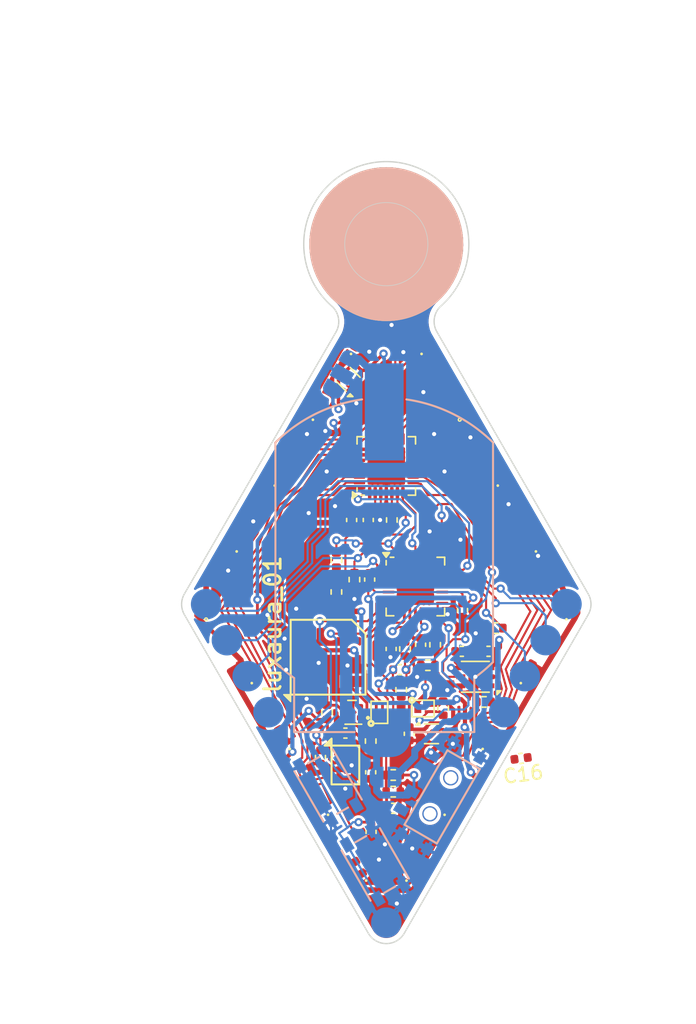
<source format=kicad_pcb>
(kicad_pcb (version 20240108) (generator "pcbnew") (generator_version "8.0")
  (title_block (title "JewelLED/LuxAura Earring") (date "2025-02-09") (rev "0.2") (company "Matthias Nowak @matthiasnowak"))
  (layers (0 "F.Cu" signal) (31 "B.Cu" signal) (34 "B.Paste" user) (35 "F.Paste" user) (36 "B.SilkS" user "B.Silkscreen") (37 "F.SilkS" user "F.Silkscreen") (38 "B.Mask" user) (39 "F.Mask" user) (44 "Edge.Cuts" user))
  (net 0 "")
  (net 1 "Net-(BT1--)")
  (net 2 "/BATT+_CRG")
  (net 3 "Net-(BZ1--)")
  (net 4 "VAA")
  (net 5 "GND")
  (net 6 "+2V8")
  (net 7 "OPA1_N")
  (net 8 "BUT1")
  (net 9 "BUT2")
  (net 10 "BATSENSE")
  (net 11 "Net-(D4-K)")
  (net 12 "Net-(D5-K)")
  (net 13 "Net-(D6-K)")
  (net 14 "Net-(D7-K)")
  (net 15 "Net-(D8-K)")
  (net 16 "Net-(D9-K)")
  (net 17 "Net-(D10-K)")
  (net 18 "Net-(D11-K)")
  (net 19 "Net-(D12-K)")
  (net 20 "Net-(D13-K)")
  (net 21 "Net-(D14-K)")
  (net 22 "Net-(D15-K)")
  (net 23 "Net-(D16-K)")
  (net 24 "Net-(D17-K)")
  (net 25 "Net-(D18-K)")
  (net 26 "I2C_SCL")
  (net 27 "SWDIO")
  (net 28 "MCU_TXD")
  (net 29 "+5V")
  (net 30 "MCU_RXD")
  (net 31 "SWCLK")
  (net 32 "I2C_SDA")
  (net 33 "SPEAKER_PWM")
  (net 34 "PERI_EN")
  (net 35 "CHARGE_STATUS")
  (net 36 "LED1_SDB")
  (net 37 "Net-(U7-OUT)")
  (net 38 "Net-(D1-K)")
  (net 39 "Net-(D2-K)")
  (net 40 "Net-(D3-K)")
  (net 42 "Net-(JP1-B)")
  (net 43 "Net-(JP2-B)")
  (net 44 "Net-(U1-ISET)")
  (net 45 "Net-(U4-PROG)")
  (net 48 "OPA1_P")
  (net 50 "VDD")
  (net 51 "OPA1_O")
  (net 52 "MIC_OUT_AMP")
  (net 53 "Net-(BZ1-+)")
  (net 55 "BOOT0")
  (net 56 "MCU_USBDP")
  (net 57 "RST")
  (net 58 "Net-(C7-Pad2)")
  (footprint "LED_SMD:LED_0402_1005Metric" (layer "F.Cu") (at 205.100496 91.22852 120)
    (property "Reference" "D8" (hide yes))
    (property "Value" "white" (hide yes))
  )
  (footprint "Package_TO_SOT_SMD:SOT-723" (layer "F.Cu") (at 197.875496 113.278519 180)
    (property "Reference" "D19" (hide yes))
    (property "Value" "NSVBAS21M3T5G" (hide yes))
  )
  (footprint "Package_DFN_QFN:DFN-6-1EP_2x2mm_P0.65mm_EP1x1.6mm" (layer "F.Cu") (at 206.775497 110.716019 180)
    (property "Reference" "U4" (hide yes))
    (property "Value" "WS4518D" (hide yes))
  )
  (footprint "LED_SMD:LED_0402_1005Metric" (layer "F.Cu") (at 195.600497 91.228518 60)
    (property "Reference" "D11" (hide yes))
    (property "Value" "white" (hide yes))
  )
  (footprint "Resistor_SMD:R_0402_1005Metric" (layer "F.Cu") (at 201.425498 111.653517 90)
    (property "Reference" "R13" (hide yes))
    (property "Value" "300k")
  )
  (footprint "LED_SMD:LED_0402_1005Metric" (layer "F.Cu") (at 187.350496 105.47852 90)
    (property "Reference" "D14" (hide yes))
    (property "Value" "white" (hide yes))
  )
  (footprint "Resistor_SMD:R_0402_1005Metric" (layer "F.Cu") (at 207.400497 112.528518 180)
    (property "Reference" "R4" (hide yes))
    (property "Value" "68k" (hide yes))
  )
  (footprint "Capacitor_SMD:C_0402_1005Metric" (layer "F.Cu") (at 197.400498 114.778518)
    (property "Reference" "C7" (hide yes))
    (property "Value" "4.7uF" (hide yes))
  )
  (footprint "Capacitor_SMD:C_0402_1005Metric" (layer "F.Cu") (at 199.225497 117.603515 -90)
    (property "Reference" "C9" (hide yes))
    (property "Value" "100nF" (hide yes))
  )
  (footprint "Resistor_SMD:R_0402_1005Metric" (layer "F.Cu") (at 208.250496 107.203519 180)
    (property "Reference" "R9" (hide yes))
    (property "Value" "33k")
  )
  (footprint "LED_SMD:LED_0402_1005Metric" (layer "F.Cu") (at 190.100497 100.728521 60)
    (property "Reference" "D13" (hide yes))
    (property "Value" "white" (hide yes))
  )
  (footprint "Package_DFN_QFN:UDFN-4-1EP_1x1mm_P0.65mm_EP0.48x0.48mm" (layer "F.Cu") (at 203.610497 114.828519)
    (property "Reference" "U2" (hide yes))
    (property "Value" "LW5228N11E" (hide yes))
  )
  (footprint "Capacitor_SMD:C_0402_1005Metric" (layer "F.Cu") (at 197.850496 99.403519 -90)
    (property "Reference" "C11" (hide yes))
    (property "Value" "2.2uF" (hide yes))
  )
  (footprint "Resistor_SMD:R_0402_1005Metric" (layer "F.Cu") (at 196.075497 113.278519 90)
    (property "Reference" "R7" (hide yes))
    (property "Value" "100R? or 0R")
  )
  (footprint "Resistor_SMD:R_0402_1005Metric" (layer "F.Cu") (at 200.850498 119.00352)
    (property "Reference" "R3" (hide yes))
    (property "Value" "1M" (hide yes))
  )
  (footprint "LED_SMD:LED_0402_1005Metric" (layer "F.Cu") (at 192.850494 114.978518 120)
    (property "Reference" "D16" (hide yes))
    (property "Value" "white" (hide yes))
  )
  (footprint "Capacitor_SMD:C_0402_1005Metric" (layer "F.Cu") (at 200.700497 108.708519 -90)
    (property "Reference" "C15" (hide yes))
    (property "Value" "10n")
  )
  (footprint "Capacitor_SMD:C_0402_1005Metric" (layer "F.Cu") (at 202.825499 108.403519 90)
    (property "Reference" "C13" (hide yes))
    (property "Value" "1uF")
  )
  (footprint "Resistor_SMD:R_0402_1005Metric" (layer "F.Cu") (at 201.700496 108.708517 90)
    (property "Reference" "R14" (hide yes))
    (property "Value" "20k")
  )
  (footprint "Capacitor_SMD:C_0402_1005Metric" (layer "F.Cu") (at 200.850496 120.203519)
    (property "Reference" "C5" (hide yes))
    (property "Value" "100nF" (hide yes))
  )
  (footprint "Resistor_SMD:R_0402_1005Metric" (layer "F.Cu") (at 203.350496 109.878519)
    (property "Reference" "R11" (hide yes))
    (property "Value" "10k")
  )
  (footprint "Capacitor_SMD:C_0402_1005Metric" (layer "F.Cu") (at 199.250496 121.903519 -90)
    (property "Reference" "C1" (hide yes))
    (property "Value" "100nF" (hide yes))
  )
  (footprint "Resistor_SMD:R_0402_1005Metric" (layer "F.Cu") (at 200.750496 99.403519 -90)
    (property "Reference" "R1" (hide yes))
    (property "Value" "68k" (hide yes))
  )
  (footprint "jewelled_lc_fplib:DFN-3_1.0x0.6mm_P0.35mm" (layer "F.Cu") (at 199.850496 113.27852 90)
    (property "Reference" "Q2" (hide yes))
    (property "Value" "TPM2008EP3BSS138" (hide yes))
  )
  (footprint "LED_SMD:LED_0402_1005Metric" (layer "F.Cu") (at 192.850496 95.978519 60)
    (property "Reference" "D12" (hide yes))
    (property "Value" "white" (hide yes))
  )
  (footprint "Capacitor_SMD:C_0402_1005Metric" (layer "F.Cu") (at 199.050496 99.403519 -90)
    (property "Reference" "C10" (hide yes))
    (property "Value" "100nF" (hide yes))
  )
  (footprint "LED_SMD:LED_0402_1005Metric" (layer "F.Cu") (at 190.100497 110.228518 120)
    (property "Reference" "D15" (hide yes))
    (property "Value" "white" (hide yes))
  )
  (footprint "LED_SMD:LED_0402_1005Metric" (layer "F.Cu") (at 207.850495 95.978519 120)
    (property "Reference" "D7" (hide yes))
    (property "Value" "white" (hide yes))
  )
  (footprint "Capacitor_SMD:C_0402_1005Metric" (layer "F.Cu") (at 207.725497 108.87852 180)
    (property "Reference" "C3" (hide yes))
    (property "Value" "2.2uF" (hide yes))
  )
  (footprint "Resistor_SMD:R_0402_1005Metric" (layer "F.Cu") (at 198.050498 103.703518 -90)
    (property "Reference" "R8" (hide yes))
    (property "Value" "68k")
  )
  (footprint "LED_SMD:LED_0402_1005Metric" (layer "F.Cu") (at 207.850497 114.978518 60)
    (property "Reference" "D3" (hide yes))
    (property "Value" "white" (hide yes))
  )
  (footprint "Resistor_SMD:R_0402_1005Metric" (layer "F.Cu") (at 204.450497 112.978518 -90)
    (property "Reference" "R16" (hide yes))
    (property "Value" "68k")
  )
  (footprint "Capacitor_SMD:C_0402_1005Metric" (layer "F.Cu") (at 205.800496 108.87852)
    (property "Reference" "C6" (hide yes))
    (property "Value" "2.2uF" (hide yes))
  )
  (footprint "LED_SMD:LED_0402_1005Metric" (layer "F.Cu") (at 202.350496 86.47852 120)
    (property "Reference" "D9" (hide yes))
    (property "Value" "white" (hide yes))
  )
  (footprint "LED_SMD:LED_0402_1005Metric" (layer "F.Cu") (at 195.600498 119.728519 120)
    (property "Reference" "D17" (hide yes))
    (property "Value" "white" (hide yes))
  )
  (footprint "LED_SMD:LED_0402_1005Metric" (layer "F.Cu") (at 198.350496 86.478516 60)
    (property "Reference" "D10" (hide yes))
    (property "Value" "white" (hide yes))
  )
  (footprint "Capacitor_SMD:C_0402_1005Metric" (layer "F.Cu") (at 205.850495 105.903518 -90)
    (property "Reference" "C8" (hide yes))
    (property "Value" "100nF" (hide yes))
  )
  (footprint "Resistor_SMD:R_0402_1005Metric" (layer "F.Cu") (at 196.750494 102.296021 90)
    (property "Reference" "R5" (hide yes))
    (property "Value" "4k7" (hide yes))
  )
  (footprint "Capacitor_SMD:C_0402_1005Metric" (layer "F.Cu") (at 195.600496 116.50352 -90)
    (property "Reference" "C2" (hide yes))
    (property "Value" "100nF" (hide yes))
  )
  (footprint "Resistor_SMD:R_0402_1005Metric" (layer "F.Cu") (at 203.8755 108.403518 90)
    (property "Reference" "R12" (hide yes))
    (property "Value" "10k")
  )
  (footprint "LED_SMD:LED_0402_1005Metric" (layer "F.Cu") (at 210.600499 110.228519 60)
    (property "Reference" "D4" (hide yes))
    (property "Value" "white" (hide yes))
  )
  (footprint "Capacitor_SMD:C_0402_1005Metric" (layer "F.Cu") (at 201.325496 110.203518)
    (property "Reference" "C14" (hide yes))
    (property "Value" "27pF")
  )
  (footprint "LED_SMD:LED_0402_1005Metric" (layer "F.Cu") (at 198.350496 124.478521 120)
    (property "Reference" "D18" (hide yes))
    (property "Value" "white" (hide yes))
  )
  (footprint "Resistor_SMD:R_0402_1005Metric" (layer "F.Cu") (at 196.750497 104.59602 90)
    (property "Reference" "R6" (hide yes))
    (property "Value" "4k7" (hide yes))
  )
  (footprint "Resistor_SMD:R_0402_1005Metric" (layer "F.Cu") (at 199.225499 115.353517 90)
    (property "Reference" "R10" (hide yes))
    (property "Value" "10k")
  )
  (footprint "Package_DFN_QFN:UDFN-4-1EP_1x1mm_P0.65mm_EP0.48x0.48mm" (layer "F.Cu") (at 197.600497 89.25352 135)
    (property "Reference" "U5" (hide yes))
    (property "Value" "AP6683" (hide yes))
  )
  (footprint "LED_SMD:LED_0402_1005Metric" (layer "F.Cu") (at 210.600496 100.728519 120)
    (property "Reference" "D6" (hide yes))
    (property "Value" "white" (hide yes))
  )
  (footprint "Capacitor_SMD:C_0402_1005Metric" (layer "F.Cu") (at 210.075497 116.603519 -172.5)
    (property "Reference" "C16")
    (property "Value" "10u")
  )
  (footprint "Capacitor_SMD:C_0402_1005Metric" (layer "F.Cu") (at 199.150497 103.70352 90)
    (property "Reference" "C12" (hide yes))
    (property "Value" "100nF" (hide yes))
  )
  (footprint "jewelled_lc_fplib:DFN-3_1.0x0.6mm_P0.35mm" (layer "F.Cu") (at 203.000494 113.003519)
    (property "Reference" "Q3" (hide yes))
    (property "Value" "DMP21D0UFB4-7B" (hide yes))
  )
  (footprint "Capacitor_SMD:C_0402_1005Metric" (layer "F.Cu") (at 202.010498 114.828519 -90)
    (property "Reference" "C4" (hide yes))
    (property "Value" "2.2uF" (hide yes))
  )
  (footprint "LED_SMD:LED_0402_1005Metric" (layer "F.Cu") (at 213.350496 105.478518 90)
    (property "Reference" "D5" (hide yes))
    (property "Value" "white" (hide yes))
  )
  (footprint "LED_SMD:LED_0402_1005Metric" (layer "F.Cu") (at 205.100495 119.728521 60)
    (property "Reference" "D2" (hide yes))
    (property "Value" "white" (hide yes))
  )
  (footprint "jewelled_lc_fplib:SMD-5025-0340" (layer "F.Cu") (at 196.150497 109.303516)
    (property "Reference" "BZ1" (hide yes))
    (property "Value" "SMD-5025-0340")
  )
  (footprint "LED_SMD:LED_0402_1005Metric" (layer "F.Cu") (at 202.350498 124.478519 60)
    (property "Reference" "D1" (hide yes))
    (property "Value" "white" (hide yes))
  )
  (footprint "jewelled_lc_fplib:ZTS6117H" (layer "F.Cu") (at 197.400498 117.078517)
    (property "Reference" "U7" (hide yes))
    (property "Value" "LMA2718T421-OA5-2" (hide yes))
  )
  (footprint "Resistor_SMD:R_0402_1005Metric" (layer "F.Cu") (at 200.850499 117.80352 180)
    (property "Reference" "R2" (hide yes))
    (property "Value" "1M" (hide yes))
  )
  (footprint "Package_DFN_QFN:QFN-28-1EP_4x4mm_P0.4mm_EP2.6x2.6mm" (layer "F.Cu") (at 202.450499 104.20352)
    (property "Reference" "U3" (hide yes))
    (property "Value" "CH32V203G6U6" (hide yes))
  )
  (footprint "Package_DFN_QFN:QFN-28-1EP_4x4mm_P0.4mm_EP2.4x2.4mm" (layer "F.Cu") (at 200.350497 95.503519 90)
    (property "Reference" "U1" (hide yes))
    (property "Value" "IS31FL3208A-QFLS4" (hide yes))
  )
  (footprint "jewelled_lc_fplib:SolderJumper-3_P1.3mm_Open_RoundedPad1.0x1.5mm_NoSilk" (layer "B.Cu") (at 197.150497 88.903518 -120)
    (property "Reference" "JP2" (hide yes))
    (property "Value" "BAT_SEL")
  )
  (footprint "jewelled_lc_fplib:pogo_conn_01x01_P2.0mm" (layer "B.Cu") (at 200.350497 128.453519 180)
    (property "Reference" "J2" (hide yes))
    (property "Value" "Conn_01x01")
  )
  (footprint "jewelled_lc_fplib:SS-3292S-L1-B" (layer "B.Cu") (at 204.250497 119.30352 -120)
    (property "Reference" "SW3" (hide yes))
    (property "Value" "SS-3292S-L1-B")
  )
  (footprint "jewelled_lc_fplib:GT-TC048D-H025-L1" (layer "B.Cu") (at 196.150495 118.553518 -60)
    (property "Reference" "SW2" (hide yes))
    (property "Value" "GT-TC048D-H025-L1" (hide yes))
  )
  (footprint "jewelled_lc_fplib:pogo_conn_01x03_P2.0mm_angled" (layer "B.Cu") (at 213.350495 105.473519 -90)
    (property "Reference" "J1" (hide yes))
    (property "Value" "Conn_01x04")
  )
  (footprint "jewelled_lc_fplib:pogo_conn_01x03_P2.0mm_angled" (layer "B.Cu") (at 187.350496 105.47852 -30)
    (property "Reference" "J3" (hide yes))
    (property "Value" "Conn_01x04")
  )
  (footprint "jewelled_lc_fplib:BS-08-B2BA004" (layer "B.Cu") (at 200.200495 101.75352 -90)
    (property "Reference" "BT1" (hide yes))
    (property "Value" "BS-08-B2BA004" (hide yes))
  )
  (footprint "jewelled_lc_fplib:SolderJumper-2_P1.3mm_Open_RoundedPad1.0x1.5mm_NoSilk" (layer "B.Cu") (at 200.300498 117.953519)
    (property "Reference" "JP1" (hide yes))
    (property "Value" "Jumper_2")
  )
  (footprint "jewelled_lc_fplib:GT-TC048D-H025-L1" (layer "B.Cu") (at 199.550497 124.253521 120)
    (property "Reference" "SW1" (hide yes))
    (property "Value" "GT-TC048D-H025-L1" (hide yes))
  )
  (gr_circle (center 200.350498 79.50352) (end 205.850495 79.503518) (stroke (width 0.1)) (fill solid) (layer "B.SilkS"))
  (gr_circle (center 200.350498 79.50352) (end 205.850495 79.503518) (stroke (width 0.1)) (fill solid) (layer "F.SilkS"))
  (gr_arc (start 214.917485 104.734284) (mid 215.118472 105.484285) (end 214.917486 106.234281) (stroke (width 0.1)) (layer "Edge.Cuts"))
  (gr_arc (start 185.78351 106.234285) (mid 185.582552 105.484283) (end 185.783511 104.734282) (stroke (width 0.1)) (layer "Edge.Cuts"))
  (gr_arc (start 201.649539 129.215043) (mid 200.350526 129.964995) (end 199.051459 129.21504) (stroke (width 0.1)) (layer "Edge.Cuts"))
  (gr_line (start 201.649539 129.215043) (end 214.917486 106.234281) (stroke (width 0.1)) (layer "Edge.Cuts"))
  (gr_arc (start 196.449528 84.004636) (mid 196.90372 84.877379) (end 196.718694 85.843669) (stroke (width 0.1)) (layer "Edge.Cuts"))
  (gr_line (start 196.718694 85.843669) (end 185.783511 104.734282) (stroke (width 0.1)) (layer "Edge.Cuts"))
  (gr_line (start 214.917485 104.734284) (end 204.001469 85.828536) (stroke (width 0.1)) (layer "Edge.Cuts"))
  (gr_line (start 185.78351 106.234285) (end 199.051459 129.21504) (stroke (width 0.1)) (layer "Edge.Cuts"))
  (gr_circle (center 200.350498 79.50352) (end 203.350498 79.50352) (stroke (width 0.05)) (fill none) (layer "Edge.Cuts"))
  (gr_arc (start 204.001469 85.828536) (mid 203.816318 84.861264) (end 204.270978 83.987649) (stroke (width 0.1)) (layer "Edge.Cuts"))
  (gr_arc (start 196.449529 84.004635) (mid 200.337503 73.547184) (end 204.270978 83.987647) (stroke (width 0.1)) (layer "Edge.Cuts"))
  (gr_text "luxaura_01" (at 192.850497 112.003519 90) (layer "F.SilkS") (effects (font (size 1.2 1.2) (thickness 0.2) (bold yes)) (justify left bottom)))
  (segment (start 197.83682 88.25352) (end 198.200497 88.253519) (width 0.25) (layer "F.Cu") (net 1))
  (segment (start 198.550497 88.603521) (end 198.550496 89.067194) (width 0.25) (layer "F.Cu") (net 1))
  (segment (start 197.44847 88.641871) (end 197.83682 88.25352) (width 0.25) (layer "F.Cu") (net 1))
  (segment (start 198.550496 89.067194) (end 198.212144 89.405547) (width 0.25) (layer "F.Cu") (net 1))
  (segment (start 200.150496 87.403519) (end 198.950496 88.603518) (width 0.25) (layer "F.Cu") (net 1))
  (segment (start 198.950496 88.603518) (end 198.550497 88.603521) (width 0.25) (layer "F.Cu") (net 1))
  (segment (start 198.200497 88.253519) (end 198.550497 88.603521) (width 0.25) (layer "F.Cu") (net 1))
  (via (at 200.150496 87.403519) (size 0.6) (drill 0.3) (layers "F.Cu" "B.Cu") (net 1))
  (segment (start 200.200496 89.603518) (end 200.200494 91.603519) (width 0.5) (layer "B.Cu") (net 1))
  (segment (start 200.200495 87.753517) (end 200.200494 91.603519) (width 0.25) (layer "B.Cu") (net 1))
  (segment (start 198.374662 87.777686) (end 200.200496 89.603518) (width 0.5) (layer "B.Cu") (net 1))
  (segment (start 200.150497 87.70352) (end 200.200495 87.753517) (width 0.25) (layer "B.Cu") (net 1))
  (segment (start 200.150496 87.403519) (end 200.150497 87.70352) (width 0.25) (layer "B.Cu") (net 1))
  (segment (start 197.800499 87.777685) (end 198.374662 87.777686) (width 0.5) (layer "B.Cu") (net 1))
  (segment (start 192.050495 108.203518) (end 191.400493 107.55352) (width 0.2) (layer "F.Cu") (net 2))
  (segment (start 192.050495 108.203518) (end 192.650496 108.803518) (width 0.2) (layer "F.Cu") (net 2))
  (segment (start 197.752523 89.865166) (end 197.540498 90.077194) (width 0.2) (layer "F.Cu") (net 2))
  (segment (start 197.540498 90.077194) (end 197.540499 91.81352) (width 0.2) (layer "F.Cu") (net 2))
  (segment (start 197.540499 91.81352) (end 196.950496 92.403521) (width 0.2) (layer "F.Cu") (net 2))
  (segment (start 191.050498 107.20352) (end 191.050496 105.153518) (width 0.2) (layer "F.Cu") (net 2))
  (segment (start 201.360495 117.803522) (end 202.350497 117.803517) (width 0.2) (layer "F.Cu") (net 2))
  (segment (start 196.950496 92.403521) (end 196.550497 92.403519) (width 0.2) (layer "F.Cu") (net 2))
  (segment (start 198.025497 108.803519) (end 192.650496 108.803518) (width 0.3) (layer "F.Cu") (net 2))
  (segment (start 192.650496 108.803518) (end 191.050498 107.20352) (width 0.2) (layer "F.Cu") (net 2))
  (segment (start 191.400493 107.55352) (end 191.050498 107.20352) (width 0.15) (layer "F.Cu") (net 2))
  (via (at 202.350497 117.803517) (size 0.6) (drill 0.3) (layers "F.Cu" "B.Cu") (net 2))
  (via (at 196.550497 92.403519) (size 0.6) (drill 0.3) (layers "F.Cu" "B.Cu") (net 2))
  (via (at 191.050496 105.153518) (size 0.6) (drill 0.3) (layers "F.Cu" "B.Cu") (net 2))
  (via (at 198.025497 108.803519) (size 0.6) (drill 0.3) (layers "F.Cu" "B.Cu") (net 2))
  (segment (start 196.790498 93.143517) (end 196.550497 93.503519) (width 0.25) (layer "B.Cu") (net 2))
  (segment (start 199.650497 117.953521) (end 199.650497 118.953521) (width 0.5) (layer "B.Cu") (net 2))
  (segment (start 191.050496 105.153518) (end 191.050497 100.90352) (width 0.25) (layer "B.Cu") (net 2))
  (segment (start 196.790498 93.143517) (end 196.550497 92.403519) (width 0.25) (layer "B.Cu") (net 2))
  (segment (start 201.911264 119.253519) (end 202.186748 118.978038) (width 0.5) (layer "B.Cu") (net 2))
  (segment (start 198.225496 109.00352) (end 198.225494 112.778519) (width 0.3) (layer "B.Cu") (net 2))
  (segment (start 202.350497 117.803517) (end 202.350497 118.814287) (width 0.2) (layer "B.Cu") (net 2))
  (segment (start 199.650495 115.303519) (end 200.200497 114.753518) (width 0.5) (layer "B.Cu") (net 2))
  (segment (start 199.650497 117.953521) (end 199.650495 115.303519) (width 0.5) (layer "B.Cu") (net 2))
  (segment (start 198.225494 112.778519) (end 200.200497 114.753518) (width 0.3) (layer "B.Cu") (net 2))
  (segment (start 199.650497 118.953521) (end 199.950497 119.25352) (width 0.5) (layer "B.Cu") (net 2))
  (segment (start 198.025497 108.803519) (end 198.225496 109.00352) (width 0.3) (layer "B.Cu") (net 2))
  (segment (start 199.950497 119.25352) (end 201.911264 119.253519) (width 0.5) (layer "B.Cu") (net 2))
  (segment (start 202.350497 118.814287) (end 202.186748 118.978038) (width 0.2) (layer "B.Cu") (net 2))
  (segment (start 191.050497 100.90352) (end 196.550497 93.503519) (width 0.25) (layer "B.Cu") (net 2))
  (segment (start 198.450497 113.678519) (end 198.950498 113.67852) (width 0.2) (layer "F.Cu") (net 3))
  (segment (start 199.825497 113.678521) (end 199.850497 113.653521) (width 0.2) (layer "F.Cu") (net 3))
  (segment (start 197.900496 111.053518) (end 197.900495 111.553519) (width 0.2) (layer "F.Cu") (net 3))
  (segment (start 197.900495 111.553519) (end 198.950496 112.603518) (width 0.2) (layer "F.Cu") (net 3))
  (segment (start 198.950496 112.603518) (end 198.950498 113.67852) (width 0.2) (layer "F.Cu") (net 3))
  (segment (start 198.950498 113.67852) (end 199.825497 113.678521) (width 0.2) (layer "F.Cu") (net 3))
  (segment (start 211.650497 110.303516) (end 210.296031 112.649058) (width 0.4) (layer "F.Cu") (net 4))
  (segment (start 189.857998 109.808493) (end 189.857996 109.51102) (width 0.4) (layer "F.Cu") (net 4))
  (segment (start 186.650497 106.303518) (end 188.150496 107.80352) (width 0.3) (layer "F.Cu") (net 4))
  (segment (start 195.360497 113.788517) (end 196.075496 113.788517) (width 0.2) (layer "F.Cu") (net 4))
  (segment (start 199.225498 117.123519) (end 198.935494 117.123516) (width 0.2) (layer "F.Cu") (net 4))
  (segment (start 196.625498 116.94257) (end 197.388731 116.716753) (width 0.2) (layer "F.Cu") (net 4))
  (segment (start 199.950497 98.203521) (end 199.550497 98.60352) (width 0.15) (layer "F.Cu") (net 4))
  (segment (start 196.750497 105.106017) (end 196.750497 105.97102) (width 0.3) (layer "F.Cu") (net 4))
  (segment (start 189.857998 109.808493) (end 189.050497 110.303519) (width 0.4) (layer "F.Cu") (net 4))
  (segment (start 202.107996 86.058497) (end 202.850496 85.603518) (width 0.4) (layer "F.Cu") (net 4))
  (segment (start 186.650493 105.203518) (end 186.650497 106.303518) (width 0.3) (layer "F.Cu") (net 4))
  (segment (start 202.625497 112.528521) (end 203.150497 112.00352) (width 0.3) (layer "F.Cu") (net 4))
  (segment (start 192.750497 102.953517) (end 192.750496 106.153517) (width 0.4) (layer "F.Cu") (net 4))
  (segment (start 202.625496 113.003519) (end 202.625497 112.528521) (width 0.3) (layer "F.Cu") (net 4))
  (segment (start 196.050498 103.506017) (end 196.750498 102.806018) (width 0.2) (layer "F.Cu") (net 4))
  (segment (start 193.650497 101.453518) (end 193.350497 101.953518) (width 0.4) (layer "F.Cu") (net 4))
  (segment (start 213.9505 105.20352) (end 213.350495 104.993519) (width 0.4) (layer "F.Cu") (net 4))
  (segment (start 195.050496 99.603518) (end 193.650497 101.453518) (width 0.4) (layer "F.Cu") (net 4))
  (segment (start 197.900497 85.603519) (end 195.185559 90.338581) (width 0.4) (layer "F.Cu") (net 4))
  (segment (start 190.343 100.308495) (end 189.701016 99.904037) (width 0.4) (layer "F.Cu") (net 4))
  (segment (start 203.150497 112.00352) (end 203.150494 111.478521) (width 0.3) (layer "F.Cu") (net 4))
  (segment (start 205.596032 90.357981) (end 208.34157 95.112449) (width 0.4) (layer "F.Cu") (net 4))
  (segment (start 193.092996 95.558498) (end 192.434176 95.137198) (width 0.4) (layer "F.Cu") (net 4))
  (segment (start 196.075496 113.788517) (end 196.225496 116.27852) (width 0.2) (layer "F.Cu") (net 4))
  (segment (start 187.350498 104.003519) (end 187.350497 104.993521) (width 0.4) (layer "F.Cu") (net 4))
  (segment (start 186.860497 104.99352) (end 186.650493 105.203518) (width 0.3) (layer "F.Cu") (net 4))
  (segment (start 194.541569 119.812447) (end 197.250498 124.503519) (width 0.4) (layer "F.Cu") (net 4))
  (segment (start 196.625498 116.94257) (end 196.237595 116.653518) (width 0.2) (layer "F.Cu") (net 4))
  (segment (start 213.950497 106.503522) (end 214.150497 106.103521) (width 0.4) (layer "F.Cu") (net 4))
  (segment (start 192.434176 95.137198) (end 189.701016 99.904037) (width 0.4) (layer "F.Cu") (net 4))
  (segment (start 192.784425 116.769591) (end 192.934424 116.76959) (width 0.3) (layer "F.Cu") (net 4))
  (segment (start 196.225496 116.27852) (end 196.237595 116.653518) (width 0.2) (layer "F.Cu") (net 4))
  (segment (start 214.150497 106.103521) (end 214.150498 105.603518) (width 0.4) (layer "F.Cu") (net 4))
  (segment (start 199.230494 98.923518) (end 199.050497 98.923521) (width 0.15) (layer "F.Cu") (net 4))
  (segment (start 193.350497 101.953518) (end 192.750497 102.953517) (width 0.4) (layer "F.Cu") (net 4))
  (segment (start 206.159424 119.812448) (end 203.450495 124.503518) (width 0.4) (layer "F.Cu") (net 4))
  (segment (start 199.550497 98.60352) (end 199.230494 98.923518) (width 0.15) (layer "F.Cu") (net 4))
  (segment (start 193.325496 106.728518) (end 194.367995 106.728519) (width 0.4) (layer "F.Cu") (net 4))
  (segment (start 207.607995 95.558496) (end 208.34157 95.112449) (width 0.4) (layer "F.Cu") (net 4))
  (segment (start 192.750496 106.153517) (end 193.325496 106.728518) (width 0.4) (layer "F.Cu") (net 4))
  (segment (start 196.750497 105.106017) (end 196.050495 104.406018) (width 0.2) (layer "F.Cu") (net 4))
  (segment (start 189.701016 99.904037) (end 187.350498 104.003519) (width 0.4) (layer "F.Cu") (net 4))
  (segment (start 196.050495 104.406018) (end 196.050498 103.506017) (width 0.2) (layer "F.Cu") (net 4))
  (segment (start 197.430495 98.92352) (end 197.850498 98.923519) (width 0.4) (layer "F.Cu") (net 4))
  (segment (start 195.842997 90.808495) (end 195.185559 90.338581) (width 0.4) (layer "F.Cu") (net 4))
  (segment (start 196.725497 105.996017) (end 198.367994 105.996019) (width 0.3) (layer "F.Cu") (net 4))
  (segment (start 202.592997 124.058497) (end 203.450495 124.503518) (width 0.4) (layer "F.Cu") (net 4))
  (segment (start 214.150498 105.603518) (end 213.9505 105.20352) (width 0.4) (layer "F.Cu") (net 4))
  (segment (start 191.79603 115.057984) (end 192.784425 116.769591) (width 0.4) (layer "F.Cu") (net 4))
  (segment (start 196.750497 105.97102) (end 196.725497 105.996017) (width 0.3) (layer "F.Cu") (net 4))
  (segment (start 208.904961 115.057981) (end 207.074602 118.227627) (width 0.4) (layer "F.Cu") (net 4))
  (segment (start 198.592998 86.058498) (end 202.107996 86.058497) (width 0.4) (layer "F.Cu") (net 4))
  (segment (start 197.388731 116.716753) (end 197.925497 116.113518) (width 0.2) (layer "F.Cu") (net 4))
  (segment (start 198.550496 106.003519) (end 198.542996 105.996019) (width 0.4) (layer "F.Cu") (net 4))
  (segment (start 203.175499 110.30352) (end 203.175496 111.453519) (width 0.15) (layer "F.Cu") (net 4))
  (segment (start 211.650497 110.303516) (end 213.950497 106.503522) (width 0.4) (layer "F.Cu") (net 4))
  (segment (start 198.050498 85.703518) (end 197.900497 85.603519) (width 0.4) (layer "F.Cu") (net 4))
  (segment (start 195.185559 90.338581) (end 192.434176 95.137198) (width 0.4) (layer "F.Cu") (net 4))
  (segment (start 205.750496 112.328517) (end 206.025496 112.603521) (width 0.3) (layer "F.Cu") (net 4))
  (segment (start 207.074602 118.227627) (end 206.159424 119.812448) (width 0.4) (layer "F.Cu") (net 4))
  (segment (start 206.025498 114.328519) (end 206.000497 114.353522) (width 0.3) (layer "F.Cu") (net 4))
  (segment (start 197.250498 124.503519) (end 198.107997 124.058498) (width 0.4) (layer "F.Cu") (net 4))
  (segment (start 205.425497 112.328521) (end 205.750496 112.328517) (width 0.3) (layer "F.Cu") (net 4))
  (segment (start 206.025496 112.603521) (end 206.025498 114.328519) (width 0.3) (layer "F.Cu") (net 4))
  (segment (start 198.450496 126.10352) (end 202.250495 126.10352) (width 0.4) (layer "F.Cu") (net 4))
  (segment (start 210.842996 109.808496) (end 211.650497 110.303516) (width 0.4) (layer "F.Cu") (net 4))
  (segment (start 208.092997 114.558495) (end 208.904961 115.057981) (width 0.4) (layer "F.Cu") (net 4))
  (segment (start 195.357999 119.308496) (end 194.541569 119.812447) (width 0.4) (layer "F.Cu") (net 4))
  (segment (start 189.050497 110.303519) (end 190.990675 113.663341) (width 0.4) (layer "F.Cu") (net 4))
  (segment (start 198.542996 105.996019) (end 195.100497 105.996016) (width 0.4) (layer "F.Cu") (net 4))
  (segment (start 208.34157 95.112449) (end 211.050493 99.803518) (width 0.4) (layer "F.Cu") (net 4))
  (segment (start 192.934424 116.76959) (end 193.575496 116.12852) (width 0.3) (layer "F.Cu") (net 4))
  (segment (start 197.250498 124.503519) (end 198.450496 126.10352) (width 0.4) (layer "F.Cu") (net 4))
  (segment (start 205.342997 119.308496) (end 206.159424 119.812448) (width 0.4) (layer "F.Cu") (net 4))
  (segment (start 196.750494 99.60352) (end 197.430495 98.92352) (width 0.4) (layer "F.Cu") (net 4))
  (segment (start 198.592998 86.058498) (end 198.050498 85.703518) (width 0.4) (layer "F.Cu") (net 4))
  (segment (start 199.550497 97.441018) (end 199.550497 98.60352) (width 0.15) (layer "F.Cu") (net 4))
  (segment (start 190.990675 113.663341) (end 191.79603 115.057984) (width 0.4) (layer "F.Cu") (net 4))
  (segment (start 206.450496 117.603518) (end 207.074602 118.227627) (width 0.4) (layer "F.Cu") (net 4))
  (segment (start 189.857996 109.51102) (end 188.150496 107.80352) (width 0.4) (layer "F.Cu") (net 4))
  (segment (start 198.935494 117.123516) (end 197.925497 116.113518) (width 0.2) (layer "F.Cu") (net 4))
  (segment (start 202.840495 109.878519) (end 202.840497 109.96852) (width 0.15) (layer "F.Cu") (net 4))
  (segment (start 197.850498 98.923519) (end 199.050497 98.923521) (width 0.3) (layer "F.Cu") (net 4))
  (segment (start 192.607997 114.558495) (end 191.79603 115.057984) (width 0.4) (layer "F.Cu") (net 4))
  (segment (start 203.175496 111.453519) (end 203.150494 111.478521) (width 0.15) (layer "F.Cu") (net 4))
  (segment (start 210.296031 112.649058) (end 208.904961 115.057981) (width 0.4) (layer "F.Cu") (net 4))
  (segment (start 202.250495 126.10352) (end 203.450495 124.503518) (width 0.4) (layer "F.Cu") (net 4))
  (segment (start 194.750494 113.17852) (end 195.360497 113.788517) (width 0.2) (layer "F.Cu") (net 4))
  (segment (start 195.100497 105.996016) (end 196.900497 105.996018) (width 0.3) (layer "F.Cu") (net 4))
  (segment (start 211.750498 101.10352) (end 211.050493 99.803518) (width 0.4) (layer "F.Cu") (net 4))
  (segment (start 204.857993 90.808495) (end 205.596032 90.357981) (width 0.4) (layer "F.Cu") (net 4))
  (segment (start 202.850496 85.603518) (end 205.596032 90.357981) (width 0.4) (layer "F.Cu") (net 4))
  (segment (start 199.950495 97.441018) (end 199.950497 98.203521) (width 0.15) (layer "F.Cu") (net 4))
  (segment (start 192.784425 116.769591) (end 194.541569 119.812447) (width 0.4) (layer "F.Cu") (net 4))
  (segment (start 211.050493 99.803518) (end 210.357997 100.308496) (width 0.4) (layer "F.Cu") (net 4))
  (segment (start 194.367995 106.728519) (end 195.100497 105.996016) (width 0.4) (layer "F.Cu") (net 4))
  (segment (start 187.350497 104.993521) (end 186.860497 104.99352) (width 0.3) (layer "F.Cu") (net 4))
  (segment (start 202.840497 109.96852) (end 203.175499 110.30352) (width 0.15) (layer "F.Cu") (net 4))
  (segment (start 195.050496 99.603518) (end 196.750494 99.60352) (width 0.4) (layer "F.Cu") (net 4))
  (segment (start 213.350495 104.993519) (end 211.750498 101.10352) (width 0.4) (layer "F.Cu") (net 4))
  (via (at 198.550496 106.003519) (size 0.6) (drill 0.3) (layers "F.Cu" "B.Cu") (net 4))
  (via (at 205.425497 112.328521) (size 0.6) (drill 0.3) (layers "F.Cu" "B.Cu") (net 4))
  (via (at 206.000497 114.353522) (size 0.6) (drill 0.3) (layers "F.Cu" "B.Cu") (net 4))
  (via (at 203.150494 111.478521) (size 0.6) (drill 0.3) (layers "F.Cu" "B.Cu") (net 4))
  (via (at 193.575496 116.12852) (size 0.6) (drill 0.3) (layers "F.Cu" "B.Cu") (net 4))
  (via (at 206.450496 117.603518) (size 0.6) (drill 0.3) (layers "F.Cu" "B.Cu") (net 4))
  (via (at 194.750494 113.17852) (size 0.6) (drill 0.3) (layers "F.Cu" "B.Cu") (net 4))
  (segment (start 198.550497 107.628518) (end 198.550496 106.003519) (width 0.3) (layer "B.Cu") (net 4))
  (segment (start 205.200498 112.553519) (end 203.500497 112.55352) (width 0.4) (layer "B.Cu") (net 4))
  (segment (start 198.700497 111.978519) (end 198.700495 107.778518) (width 0.3) (layer "B.Cu") (net 4))
  (segment (start 199.325497 112.603518) (end 198.700497 111.978519) (width 0.3) (layer "B.Cu") (net 4))
  (segment (start 198.700495 107.778518) (end 198.550497 107.628518) (width 0.3) (layer "B.Cu") (net 4))
  (segment (start 206.000497 114.353522) (end 206.150495 114.503522) (width 0.4) (layer "B.Cu") (net 4))
  (segment (start 202.650495 112.903519) (end 202.450496 112.703519) (width 0.4) (layer "B.Cu") (net 4))
  (segment (start 203.150498 112.903518) (end 202.650495 112.903519) (width 0.4) (layer "B.Cu") (net 4))
  (segment (start 202.450496 112.703519) (end 202.350497 112.603521) (width 0.3) (layer "B.Cu") (net 4))
  (segment (start 194.750494 113.17852) (end 193.575498 114.353518) (width 0.3) (layer "B.Cu") (net 4))
  (segment (start 203.500497 112.55352) (end 203.150498 112.903518) (width 0.4) (layer "B.Cu") (net 4))
  (segment (start 205.425497 112.328521) (end 205.200498 112.553519) (width 0.4) (layer "B.Cu") (net 4))
  (segment (start 206.450496 117.603518) (end 206.150493 116.703521) (width 0.4) (layer "B.Cu") (net 4))
  (segment (start 206.150495 114.503522) (end 206.150493 116.703521) (width 0.4) (layer "B.Cu") (net 4))
  (segment (start 203.150494 111.478521) (end 203.150498 112.903518) (width 0.3) (layer "B.Cu") (net 4))
  (segment (start 202.350497 112.603521) (end 199.325497 112.603518) (width 0.3) (layer "B.Cu") (net 4))
  (segment (start 193.575498 114.353518) (end 193.575496 116.12852) (width 0.3) (layer "B.Cu") (net 4))
  (segment (start 204.387997 105.00352) (end 203.250496 105.00352) (width 0.15) (layer "F.Cu") (net 5))
  (segment (start 203.285496 115.15352) (end 203.070496 115.153518) (width 0.2) (layer "F.Cu") (net 5))
  (segment (start 205.050497 105.003521) (end 204.387997 105.00352) (width 0.15) (layer "F.Cu") (net 5))
  (segment (start 202.275495 109.678519) (end 202.345497 109.748519) (width 0.15) (layer "F.Cu") (net 5))
  (segment (start 200.410498 99.913518) (end 199.900498 99.40352) (width 0.2) (layer "F.Cu") (net 5))
  (segment (start 203.250497 103.228518) (end 202.925496 103.553517) (width 0.2) (layer "F.Cu") (net 5))
  (segment (start 198.700495 110.328516) (end 198.900498 110.528519) (width 0.15) (layer "F.Cu") (net 5))
  (segment (start 205.850496 106.383521) (end 205.630497 106.383521) (width 0.15) (layer "F.Cu") (net 5))
  (segment (start 205.250497 105.203521) (end 205.050497 105.003521) (width 0.15) (layer "F.Cu") (net 5))
  (segment (start 200.350496 97.441018) (end 200.350499 98.253518) (width 0.15) (layer "F.Cu") (net 5))
  (segment (start 198.050496 105.103518) (end 198.050497 105.103519) (width 0.15) (layer "F.Cu") (net 5))
  (segment (start 199.900496 98.70352) (end 199.900498 99.40352) (width 0.15) (layer "F.Cu") (net 5))
  (segment (start 198.412998 95.50352) (end 196.450496 95.50352) (width 0.15) (layer "F.Cu") (net 5))
  (segment (start 201.330495 121.523518) (end 200.950496 121.903516) (width 0.2) (layer "F.Cu") (net 5))
  (segment (start 195.2505 98.403518) (end 194.7505 98.903521) (width 0.15) (layer "F.Cu") (net 5))
  (segment (start 200.700497 109.253518) (end 200.650495 109.303519) (width 0.15) (layer "F.Cu") (net 5))
  (segment (start 193.615498 109.713519) (end 193.125496 110.203519) (width 0.15) (layer "F.Cu") (net 5))
  (segment (start 202.915499 115.308519) (end 203.070496 115.153518) (width 0.15) (layer "F.Cu") (net 5))
  (segment (start 196.450496 95.50352) (end 196.050498 95.903519) (width 0.15) (layer "F.Cu") (net 5))
  (segment (start 202.345497 109.748519) (end 202.345497 110.498521) (width 0.15) (layer "F.Cu") (net 5))
  (segment (start 198.325499 110.328518) (end 198.700495 110.328516) (width 0.15) (layer "F.Cu") (net 5))
  (segment (start 206.775497 110.716019) (end 206.890498 110.831023) (width 0.2) (layer "F.Cu") (net 5))
  (segment (start 200.750497 99.913519) (end 200.410498 99.913518) (width 0.2) (layer "F.Cu") (net 5))
  (segment (start 205.630497 106.383521) (end 205.250497 106.00352) (width 0.15) (layer "F.Cu") (net 5))
  (segment (start 196.650496 98.403519) (end 195.2505 98.403518) (width 0.15) (layer "F.Cu") (net 5))
  (segment (start 200.350497 93.566019) (end 200.350497 95.503519) (width 0.15) (layer "F.Cu") (net 5))
  (segment (start 202.010497 115.308521) (end 202.915499 115.308519) (width 0.15) (layer "F.Cu") (net 5))
  (segment (start 207.050496 106.903519) (end 206.6005 106.453517) (width 0.25) (layer "F.Cu") (net 5))
  (segment (start 198.160495 104.213517) (end 199.150497 103.223518) (width 0.15) (layer "F.Cu") (net 5))
  (segment (start 199.6255 112.653521) (end 199.6255 112.903517) (width 0.15) (layer "F.Cu") (net 5))
  (segment (start 205.050497 106.203518) (end 205.250497 106.00352) (width 0.15) (layer "F.Cu") (net 5))
  (segment (start 205.250497 106.00352) (end 205.250497 105.203521) (width 0.15) (layer "F.Cu") (net 5))
  (segment (start 202.450499 104.20352) (end 202.450496 104.02852) (width 0.15) (layer "F.Cu") (net 5))
  (segment (start 201.330497 120.203519) (end 201.330497 119.033517) (width 0.2) (layer "F.Cu") (net 5))
  (segment (start 201.330497 120.203519) (end 201.330495 121.523518) (width 0.2) (layer "F.Cu") (net 5))
  (segment (start 200.950496 121.903516) (end 200.250499 122.603518) (width 0.2) (layer "F.Cu") (net 5))
  (segment (start 199.250499 122.383518) (end 199.830498 122.383521) (width 0.15) (layer "F.Cu") (net 5))
  (segment (start 200.350496 97.441018) (end 200.350497 95.503519) (width 0.15) (layer "F.Cu") (net 5))
  (segment (start 198.050496 104.213518) (end 198.160495 104.213517) (width 0.15) (layer "F.Cu") (net 5))
  (segment (start 200.700496 109.188518) (end 200.700497 109.253518) (width 0.15) (layer "F.Cu") (net 5))
  (segment (start 200.350499 98.253518) (end 200.200497 98.403519) (width 0.15) (layer "F.Cu") (net 5))
  (segment (start 202.287995 95.503521) (end 203.550499 95.503517) (width 0.15) (layer "F.Cu") (net 5))
  (segment (start 199.225495 118.083519) (end 197.965495 118.083517) (width 0.2) (layer "F.Cu") (net 5))
  (segment (start 203.250496 102.266017) (end 203.250497 103.228518) (width 0.2) (layer "F.Cu") (net 5))
  (segment (start 198.412998 95.50352) (end 200.350497 95.503519) (width 0.15) (layer "F.Cu") (net 5))
  (segment (start 198.050496 104.213518) (end 198.050496 105.103518) (width 0.15) (layer "F.Cu") (net 5))
  (segment (start 203.250496 105.00352) (end 202.450499 104.20352) (width 0.15) (layer "F.Cu") (net 5))
  (segment (start 202.555498 107.923518) (end 202.275496 108.203519) (width 0.15) (layer "F.Cu") (net 5))
  (segment (start 197.900497 109.903517) (end 198.325499 110.328518) (width 0.15) (layer "F.Cu") (net 5))
  (segment (start 202.450496 104.02852) (end 202.925496 103.553517) (width 0.15) (layer "F.Cu") (net 5))
  (segment (start 201.330497 119.033517) (end 201.360495 119.003519) (width 0.2) (layer "F.Cu") (net 5))
  (segment (start 202.275496 108.203519) (end 202.275495 109.678519) (width 0.15) (layer "F.Cu") (net 5))
  (segment (start 203.610497 114.828519) (end 203.285496 115.15352) (width 0.2) (layer "F.Cu") (net 5))
  (segment (start 199.830498 122.383521) (end 200.250498 122.803518) (width 0.15) (layer "F.Cu") (net 5))
  (segment (start 206.6005 106.453517) (end 205.920499 106.453519) (width 0.25) (layer "F.Cu") (net 5))
  (segment (start 199.420496 99.88352) (end 199.900498 99.40352) (width 0.2) (layer "F.Cu") (net 5))
  (segment (start 197.550498 109.903519) (end 197.900497 109.903517) (width 0.15) (layer "F.Cu") (net 5))
  (segment (start 200.250499 122.603518) (end 200.250498 122.803518) (width 0.2) (layer "F.Cu") (net 5))
  (segment (start 196.875497 118.043518) (end 197.925494 118.043519) (width 0.2) (layer "F.Cu") (net 5))
  (segment (start 204.775498 106.203519) (end 205.050497 106.203518) (width 0.15) (layer "F.Cu") (net 5))
  (segment (start 202.287995 95.503521) (end 200.350497 95.503519) (width 0.15) (layer "F.Cu") (net 5))
  (segment (start 202.345497 110.498521) (end 202.575497 110.728519) (width 0.15) (layer "F.Cu") (net 5))
  (segment (start 205.920499 106.453519) (end 205.850496 106.383521) (width 0.25) (layer "F.Cu") (net 5))
  (segment (start 200.200497 98.403519) (end 199.900496 98.70352) (width 0.15) (layer "F.Cu") (net 5))
  (segment (start 195.470499 109.713521) (end 193.615498 109.713519) (width 0.15) (layer "F.Cu") (net 5))
  (segment (start 203.250496 100.453518) (end 203.475498 100.22852) (width 0.2) (layer "F.Cu") (net 5))
  (segment (start 203.250496 102.266017) (end 203.250496 100.453518) (width 0.2) (layer "F.Cu") (net 5))
  (segment (start 203.550499 95.503517) (end 204.550496 95.903517) (width 0.15) (layer "F.Cu") (net 5))
  (segment (start 198.900498 111.928518) (end 199.6255 112.653521) (width 0.15) (layer "F.Cu") (net 5))
  (segment (start 198.900498 110.528519) (end 198.900498 111.928518) (width 0.15) (layer "F.Cu") (net 5))
  (segment (start 197.965495 118.083517) (end 197.925494 118.043519) (width 0.2) (layer "F.Cu") (net 5))
  (segment (start 202.825497 107.923519) (end 202.555498 107.923518) (width 0.15) (layer "F.Cu") (net 5))
  (segment (start 206.890498 110.831023) (end 206.890501 112.52852) (width 0.2) (layer "F.Cu") (net 5))
  (segment (start 199.050497 99.883519) (end 199.420496 99.88352) (width 0.2) (layer "F.Cu") (net 5))
  (segment (start 197.850494 99.883517) (end 199.050497 99.883519) (width 0.2) (layer "F.Cu") (net 5))
  (via (at 204.550496 95.903517) (size 0.6) (drill 0.3) (layers "F.Cu" "B.Cu") (net 5))
  (via (at 196.050498 95.903519) (size 0.6) (drill 0.3) (layers "F.Cu" "B.Cu") (net 5))
  (via (at 202.220496 123.103519) (size 0.6) (drill 0.3) (layers "F.Cu" "B.Cu") (net 5))
  (via (at 191.875497 103.728519) (size 0.6) (drill 0.3) (layers "F.Cu" "B.Cu") (net 5))
  (via (at 211.300495 101.993521) (size 0.6) (drill 0.3) (layers "F.Cu" "B.Cu") (net 5))
  (via (at 193.850497 105.803519) (size 0.6) (drill 0.3) (layers "F.Cu" "B.Cu") (net 5))
  (via (at 194.7505 98.903521) (size 0.6) (drill 0.3) (layers "F.Cu" "B.Cu") (net 5))
  (via (at 202.575497 110.728519) (size 0.6) (drill 0.3) (layers "F.Cu" "B.Cu") (net 5))
  (via (at 200.650495 109.303519) (size 0.6) (drill 0.3) (layers "F.Cu" "B.Cu") (net 5))
  (via (at 204.775498 106.203519) (size 0.6) (drill 0.3) (layers "F.Cu" "B.Cu") (net 5))
  (via (at 195.950496 92.98352) (size 0.6) (drill 0.3) (layers "F.Cu" "B.Cu") (net 5))
  (via (at 199.900498 99.40352) (size 0.6) (drill 0.3) (layers "F.Cu" "B.Cu") (net 5))
  (via (at 205.1505 115.553519) (size 0.6) (drill 0.3) (layers "F.Cu" "B.Cu") (net 5))
  (via (at 197.390496 118.783518) (size 0.6) (drill 0.3) (layers "F.Cu" "B.Cu") (net 5))
  (via (at 205.700497 100.82852) (size 0.6) (drill 0.3) (layers "F.Cu" "B.Cu") (net 5))
  (via (at 190.750496 99.50352) (size 0.6) (drill 0.3) (layers "F.Cu" "B.Cu") (net 5))
  (via (at 197.550498 109.903519) (size 0.6) (drill 0.3) (layers "F.Cu" "B.Cu") (net 5))
  (via (at 201.110497 127.073521) (size 0.6) (drill 0.3) (layers "F.Cu" "B.Cu") (net 5))
  (via (at 203.475498 100.22852) (size 0.6) (drill 0.3) (layers "F.Cu" "B.Cu") (net 5))
  (via (at 199.820496 123.903519) (size 0.6) (drill 0.3) (layers "F.Cu" "B.Cu") (net 5))
  (via (at 201.580495 87.293519) (size 0.6) (drill 0.3) (layers "F.Cu" "B.Cu") (net 5))
  (via (at 206.420499 93.443521) (size 0.6) (drill 0.3) (layers "F.Cu" "B.Cu") (net 5))
  (via (at 194.625498 93.203519) (size 0.6) (drill 0.3) (layers "F.Cu" "B.Cu") (net 5))
  (via (at 203.025496 90.17852) (size 0.6) (drill 0.3) (layers "F.Cu" "B.Cu") (net 5))
  (via (at 199.120497 87.263519) (size 0.6) (drill 0.3) (layers "F.Cu" "B.Cu") (net 5))
  (via (at 193.125496 110.203519) (size 0.6) (drill 0.3) (layers "F.Cu" "B.Cu") (net 5))
  (via (at 204.750494 111.678521) (size 0.6) (drill 0.3) (layers "F.Cu" "B.Cu") (net 5))
  (via (at 197.850496 117.103519) (size 0.6) (drill 0.3) (layers "F.Cu" "B.Cu") (net 5))
  (via (at 194.600498 112.303519) (size 0.6) (drill 0.3) (layers "F.Cu" "B.Cu") (net 5))
  (via (at 206.775497 110.716019) (size 0.6) (drill 0.3) (layers "F.Cu" "B.Cu") (net 5))
  (via (at 206.800498 107.578519) (size 0.6) (drill 0.3) (layers "F.Cu" "B.Cu") (net 5))
  (via (at 200.250498 122.803518) (size 0.6) (drill 0.3) (layers "F.Cu" "B.Cu") (net 5))
  (via (at 196.650496 98.403519) (size 0.6) (drill 0.3) (layers "F.Cu" "B.Cu") (net 5))
  (via (at 198.190495 90.98352) (size 0.6) (drill 0.3) (layers "F.Cu" "B.Cu") (net 5))
  (via (at 200.730496 85.333516) (size 0.6) (drill 0.3) (layers "F.Cu" "B.Cu") (net 5))
  (via (at 191.775498 106.253518) (size 0.6) (drill 0.3) (layers "F.Cu" "B.Cu") (net 5))
  (via (at 193.010496 107.963519) (size 0.6) (drill 0.3) (layers "F.Cu" "B.Cu") (net 5))
  (via (at 203.800497 93.203517) (size 0.6) (drill 0.3) (layers "F.Cu" "B.Cu") (net 5))
  (via (at 195.470499 109.713521) (size 0.6) (drill 0.3) (layers "F.Cu" "B.Cu") (net 5))
  (via (at 209.170495 98.26352) (size 0.6) (drill 0.3) (layers "F.Cu" "B.Cu") (net 5))
  (via (at 198.050497 105.103519) (size 0.6) (drill 0.3) (layers "F.Cu" "B.Cu") (net 5))
  (via (at 188.940495 103.053519) (size 0.6) (drill 0.3) (layers "F.Cu" "B.Cu") (net 5))
  (segment (start 196.050498 95.903519) (end 204.550496 95.903517) (width 0.5) (layer "B.Cu") (net 5))
  (segment (start 201.397869 122.044416) (end 200.250498 122.803518) (width 0.4) (layer "B.Cu") (net 5))
  (segment (start 199.342382 120.103518) (end 199.334821 121.779963) (width 0.4) (layer "B.Cu") (net 5))
  (segment (start 198.050496 90.91352) (end 198.140498 91.00352) (width 0.4) (layer "B.Cu") (net 5))
  (segment (start 199.700497 101.45352) (end 200.800496 102.55352) (width 0.5) (layer "B.Cu") (net 5))
  (segment (start 199.700495 99.603518) (end 199.700497 101.45352) (width 0.5) (layer "B.Cu") (net 5))
  (segment (start 198.110497 93.60352) (end 198.050499 93.543517) (width 0.5) (layer "B.Cu") (net 5))
  (segment (start 196.366171 121.027078) (end 196.350497 122.903519) (width 0.15) (layer "B.Cu") (net 5))
  (segment (start 193.010496 107.963519) (end 193.135206 107.96352) (width 0.4) (layer "B.Cu") (net 5))
  (segment (start 193.850497 105.803519) (end 197.350498 105.803521) (width 0.4) (layer "B.Cu") (net 5))
  (segment (start 198.050497 93.90352) (end 198.050498 93.66352) (width 0.5) (layer "B.Cu") (net 5))
  (segment (start 202.525496 102.553517) (end 203.475495 101.603519) (width 0.5) (layer "B.Cu") (net 5))
  (segment (start 200.250498 122.803518) (end 201.584822 125.677076) (width 0.4) (layer "B.Cu") (net 5))
  (segment (start 198.050499 93.543517) (end 198.050495 91.503518) (width 0.5) (layer "B.Cu") (net 5))
  (segment (start 199.900498 99.40352) (end 199.700495 99.603518) (width 0.5) (layer "B.Cu") (net 5))
  (segment (start 201.414824 127.073519) (end 201.584824 126.903519) (width 0.15) (layer "B.Cu") (net 5))
  (segment (start 197.150497 88.903518) (end 198.050497 89.80352) (width 0.4) (layer "B.Cu") (net 5))
  (segment (start 197.250496 116.503518) (end 197.250498 109.90352) (width 0.4) (layer "B.Cu") (net 5))
  (segment (start 193.135206 107.96352) (end 193.850497 107.248227) (width 0.4) (layer "B.Cu") (net 5))
  (segment (start 203.775497 103.803519) (end 206.475497 103.803518) (width 0.5) (layer "B.Cu") (net 5))
  (segment (start 197.550496 105.603517) (end 198.050497 105.103519) (width 0.5) (layer "B.Cu") (net 5))
  (segment (start 197.850496 117.103519) (end 197.250496 116.503518) (width 0.4) (layer "B.Cu") (net 5))
  (segment (start 207.100495 103.178517) (end 207.100495 98.453518) (width 0.5) (layer "B.Cu") (net 5))
  (segment (start 200.250498 122.803518) (end 199.334821 121.779963) (width 0.4) (layer "B.Cu") (net 5))
  (segment (start 197.350498 105.803521) (end 197.550496 105.603517) (width 0.4) (layer "B.Cu") (net 5))
  (segment (start 205.19787 115.506148) (end 205.1505 115.553519) (width 0.15) (layer "B.Cu") (net 5))
  (segment (start 197.250498 106.503519) (end 197.550497 106.203519) (width 0.5) (layer "B.Cu") (net 5))
  (segment (start 199.900498 99.40352) (end 197.650496 99.403519) (width 0.15) (layer "B.Cu") (net 5))
  (segment (start 201.110498 127.377847) (end 201.110497 127.073521) (width 0.15) (layer "B.Cu") (net 5))
  (segment (start 198.050498 93.66352) (end 198.110497 93.60352) (width 0.5) (layer "B.Cu") (net 5))
  (segment (start 201.110497 127.073521) (end 201.414824 127.073519) (width 0.15) (layer "B.Cu") (net 5))
  (segment (start 196.350497 122.903519) (end 199.550495 127.90352) (width 0.15) (layer "B.Cu") (net 5))
  (segment (start 198.050498 104.803518) (end 198.050497 105.103519) (width 0.5) (layer "B.Cu") (net 5))
  (segment (start 198.700498 117.953518) (end 198.700497 119.203519) (width 0.4) (layer "B.Cu") (net 5))
  (segment (start 197.250498 109.90352) (end 197.250498 108.103521) (width 0.4) (layer "B.Cu") (net 5))
  (segment (start 197.250498 107.903517) (end 197.250498 106.503519) (width 0.5) (layer "B.Cu") (net 5))
  (segment (start 201.584824 126.903519) (end 201.584822 125.677076) (width 0.15) (layer "B.Cu") (net 5))
  (segment (start 202.525496 102.553517) (end 203.775497 103.803519) (width 0.5) (layer "B.Cu") (net 5))
  (segment (start 206.475497 103.803518) (end 207.100495 103.178517) (width 0.5) (layer "B.Cu") (net 5))
  (segment (start 197.850496 117.103519) (end 198.700498 117.953518) (width 0.4) (layer "B.Cu") (net 5))
  (segment (start 205.197869 115.462622) (end 205.19787 115.506148) (width 0.15) (layer "B.Cu") (net 5))
  (segment (start 200.250496 103.95352) (end 198.900498 103.95352) (width 0.5) (layer "B.Cu") (net 5))
  (segment (start 198.900498 103.95352) (end 198.050498 104.803518) (width 0.5) (layer "B.Cu") (net 5))
  (segment (start 197.250498 108.103521) (end 197.250498 107.903517) (width 0.5) (layer "B.Cu") (net 5))
  (segment (start 199.550495 127.90352) (end 200.584823 127.903519) (width 0.15) (layer "B.Cu") (net 5))
  (segment (start 200.800498 103.403519) (end 200.250496 103.95352) (width 0.5) (layer "B.Cu") (net 5))
  (segment (start 198.050497 89.80352) (end 198.050496 90.91352) (width 0.4) (layer "B.Cu") (net 5))
  (segment (start 201.397869 122.044416) (end 203.303123 123.144417) (width 0.4) (layer "B.Cu") (net 5))
  (segment (start 197.550498 109.903519) (end 197.250498 109.90352) (width 0.2) (layer "B.Cu") (net 5))
  (segment (start 193.850497 107.248227) (end 193.850497 105.803519) (width 0.4) (layer "B.Cu") (net 5))
  (segment (start 198.700497 119.203519) (end 199.342381 119.845402) (width 0.4) (layer "B.Cu") (net 5))
  (segment (start 207.100495 98.453518) (end 204.550496 95.903517) (width 0.5) (layer "B.Cu") (net 5))
  (segment (start 198.140498 91.00352) (end 198.050497 91.093519) (width 0.4) (layer "B.Cu") (net 5))
  (segment (start 198.050497 91.093519) (end 198.050495 91.503518) (width 0.4) (layer "B.Cu") (net 5))
  (segment (start 199.342381 119.845402) (end 199.342382 120.103518) (width 0.4) (layer "B.Cu") (net 5))
  (segment (start 200.584823 127.903519) (end 201.110498 127.377847) (width 0.15) (layer "B.Cu") (net 5))
  (segment (start 196.050498 95.903519) (end 198.050497 93.90352) (width 0.5) (layer "B.Cu") (net 5))
  (segment (start 200.800496 102.55352) (end 202.525496 102.553517) (width 0.5) (layer "B.Cu") (net 5))
  (segment (start 197.550497 106.203519) (end 197.550496 105.603517) (width 0.5) (layer "B.Cu") (net 5))
  (segment (start 194.825495 118.178519) (end 196.366171 121.027078) (width 0.15) (layer "B.Cu") (net 5))
  (segment (start 203.475495 101.603519) (end 203.475498 100.22852) (width 0.5) (layer "B.Cu") (net 5))
  (segment (start 194.116169 117.129959) (end 194.825495 118.178519) (width 0.15) (layer "B.Cu") (net 5))
  (segment (start 197.650496 99.403519) (end 196.650496 98.403519) (width 0.15) (layer "B.Cu") (net 5))
  (segment (start 200.800496 102.55352) (end 200.800498 103.403519) (width 0.5) (layer "B.Cu") (net 5))
  (segment (start 203.520496 114.053518) (end 203.070496 114.503518) (width 0.25) (layer "F.Cu") (net 6))
  (segment (start 206.625494 105.003521) (end 206.205498 105.42352) (width 0.15) (layer "F.Cu") (net 6))
  (segment (start 204.140497 112.77852) (end 204.450498 112.46852) (width 0.2) (layer "F.Cu") (net 6))
  (segment (start 205.850498 104.753516) (end 205.700495 104.603518) (width 0.15) (layer "F.Cu") (net 6))
  (segment (start 200.512996 104.603518) (end 199.570496 104.603517) (width 0.15) (layer "F.Cu") (net 6))
  (segment (start 205.175496 113.778519) (end 204.925496 114.02852) (width 0.3) (layer "F.Cu") (net 6))
  (segment (start 202.250496 111.953519) (end 202.010498 112.193518) (width 0.2) (layer "F.Cu") (net 6))
  (segment (start 206.205498 105.42352) (end 205.850499 105.42352) (width 0.15) (layer "F.Cu") (net 6))
  (segment (start 202.165496 114.503521) (end 202.010497 114.348519) (width 0.25) (layer "F.Cu") (net 6))
  (segment (start 199.050497 105.103518) (end 199.050497 104.283522) (width 0.15) (layer "F.Cu") (net 6))
  (segment (start 204.925496 114.02852) (end 204.925497 114.053517) (width 0.3) (layer "F.Cu") (net 6))
  (segment (start 204.925497 114.053517) (end 203.520496 114.053518) (width 0.25) (layer "F.Cu") (net 6))
  (segment (start 204.450498 112.46852) (end 204.565499 112.468518) (width 0.3) (layer "F.Cu") (net 6))
  (segment (start 203.375497 112.778522) (end 204.140497 112.77852) (width 0.2) (layer "F.Cu") (net 6))
  (segment (start 203.070496 114.503518) (end 202.165496 114.503521) (width 0.25) (layer "F.Cu") (net 6))
  (segment (start 205.850499 105.42352) (end 205.850498 104.753516) (width 0.15) (layer "F.Cu") (net 6))
  (segment (start 199.570496 104.603517) (end 199.150497 104.18352) (width 0.15) (layer "F.Cu") (net 6))
  (segment (start 205.175496 113.078519) (end 205.175496 113.778519) (width 0.3) (layer "F.Cu") (net 6))
  (segment (start 205.025495 112.92852) (end 205.175496 113.078519) (width 0.3) (layer "F.Cu") (net 6))
  (segment (start 202.010498 112.193518) (end 202.010497 114.348519) (width 0.2) (layer "F.Cu") (net 6))
  (segment (start 204.387997 104.603519) (end 205.700495 104.603518) (width 0.15) (layer "F.Cu") (net 6))
  (segment (start 199.050497 104.283522) (end 199.150497 104.18352) (width 0.15) (layer "F.Cu") (net 6))
  (segment (start 204.565499 112.468518) (end 205.025495 112.92852) (width 0.3) (layer "F.Cu") (net 6))
  (via (at 202.250496 111.953519) (size 0.6) (drill 0.3) (layers "F.Cu" "B.Cu") (net 6))
  (via (at 199.050497 105.103518) (size 0.6) (drill 0.3) (layers "F.Cu" "B.Cu") (net 6))
  (via (at 206.625494 105.003521) (size 0.6) (drill 0.3) (layers "F.Cu" "B.Cu") (net 6))
  (segment (start 199.525496 111.953518) (end 199.150495 111.578517) (width 0.3) (layer "B.Cu") (net 6))
  (segment (start 199.150497 107.203519) (end 199.250497 107.103516) (width 0.3) (layer "B.Cu") (net 6))
  (segment (start 199.550496 104.60352) (end 199.050497 105.103518) (width 0.15) (layer "B.Cu") (net 6))
  (segment (start 199.250497 107.103516) (end 199.250498 105.30352) (width 0.3) (layer "B.Cu") (net 6))
  (segment (start 202.250496 111.953519) (end 199.525496 111.953518) (width 0.3) (layer "B.Cu") (net 6))
  (segment (start 199.250498 105.30352) (end 199.050497 105.103518) (width 0.3) (layer "B.Cu") (net 6))
  (segment (start 199.150495 111.578517) (end 199.150497 107.203519) (width 0.3) (layer "B.Cu") (net 6))
  (segment (start 206.625494 105.003521) (end 206.225497 104.603519) (width 0.15) (layer "B.Cu") (net 6))
  (segment (start 206.225497 104.603519) (end 199.550496 104.60352) (width 0.15) (layer "B.Cu") (net 6))
  (segment (start 200.825495 111.628518) (end 200.825497 110.22352) (width 0.15) (layer "F.Cu") (net 7))
  (segment (start 200.450498 114.303522) (end 199.910496 114.84352) (width 0.15) (layer "F.Cu") (net 7))
  (segment (start 202.850497 106.141019) (end 202.850494 106.853518) (width 0.15) (layer "F.Cu") (net 7))
  (segment (start 199.910496 114.84352) (end 199.225499 114.843519) (width 0.15) (layer "F.Cu") (net 7))
  (segment (start 200.450497 112.30352) (end 200.450498 114.303522) (width 0.15) (layer "F.Cu") (net 7))
  (segment (start 201.425495 112.16352) (end 201.360498 112.163518) (width 0.15) (layer "F.Cu") (net 7))
  (segment (start 201.360498 112.163518) (end 200.825495 111.628518) (width 0.15) (layer "F.Cu") (net 7))
  (segment (start 202.850494 106.853518) (end 203.100496 107.103519) (width 0.15) (layer "F.Cu") (net 7))
  (segment (start 199.800498 111.653518) (end 200.450497 112.30352) (width 0.15) (layer "F.Cu") (net 7))
  (segment (start 199.800497 111.203521) (end 199.800498 111.653518) (width 0.15) (layer "F.Cu") (net 7))
  (segment (start 200.825497 110.22352) (end 200.845498 110.20352) (width 0.15) (layer "F.Cu") (net 7))
  (via (at 200.845498 110.20352) (size 0.6) (drill 0.3) (layers "F.Cu" "B.Cu") (net 7))
  (via (at 199.800497 111.203521) (size 0.6) (drill 0.3) (layers "F.Cu" "B.Cu") (net 7))
  (via (at 203.100496 107.103519) (size 0.6) (drill 0.3) (layers "F.Cu" "B.Cu") (net 7))
  (segment (start 199.800497 111.203521) (end 199.845497 111.203519) (width 0.15) (layer "B.Cu") (net 7))
  (segment (start 199.845497 111.203519) (end 200.845498 110.20352) (width 0.15) (layer "B.Cu") (net 7))
  (segment (start 200.845498 110.20352) (end 203.100496 107.103519) (width 0.15) (layer "B.Cu") (net 7))
  (segment (start 200.050498 105.003519) (end 200.512998 105.003516) (width 0.15) (layer "F.Cu") (net 8))
  (segment (start 199.030496 121.20352) (end 199.250495 121.423521) (width 0.2) (layer "F.Cu") (net 8))
  (segment (start 195.550497 106.703518) (end 199.000496 106.703521) (width 0.15) (layer "F.Cu") (net 8))
  (segment (start 199.000496 106.703521) (end 199.625496 106.078519) (width 0.15) (layer "F.Cu") (net 8))
  (segment (start 199.625498 105.428516) (end 200.050498 105.003519) (width 0.15) (layer "F.Cu") (net 8))
  (segment (start 198.350495 121.20352) (end 199.030496 121.20352) (width 0.2) (layer "F.Cu") (net 8))
  (segment (start 199.625496 106.078519) (end 199.625498 105.428516) (width 0.15) (layer "F.Cu") (net 8))
  (via (at 195.550497 106.703518) (size 0.6) (drill 0.3) (layers "F.Cu" "B.Cu") (net 8))
  (via (at 198.350495 121.20352) (size 0.6) (drill 0.3) (layers "F.Cu" "B.Cu") (net 8))
  (segment (start 195.550497 106.703518) (end 195.550497 108.103521) (width 0.15) (layer "B.Cu") (net 8))
  (segment (start 196.350497 108.903519) (end 196.350497 112.77852) (width 0.15) (layer "B.Cu") (net 8))
  (segment (start 195.550497 108.103521) (end 196.350497 108.903519) (width 0.15) (layer "B.Cu") (net 8))
  (segment (start 194.250498 115.503519) (end 195.672263 118.331754) (width 0.15) (layer "B.Cu") (net 8))
  (segment (start 197.516171 122.82996) (end 196.950497 122.00352) (width 0.15) (layer "B.Cu") (net 8))
  (segment (start 197.550495 121.603519) (end 197.950497 121.203519) (width 0.15) (layer "B.Cu") (net 8))
  (segment (start 197.950497 121.203519) (end 198.350495 121.20352) (width 0.15) (layer "B.Cu") (net 8))
  (segment (start 197.516171 122.82996) (end 199.766169 126.727076) (width 0.15) (layer "B.Cu") (net 8))
  (segment (start 194.150498 114.678521) (end 196.350497 112.77852) (width 0.15) (layer "B.Cu") (net 8))
  (segment (start 196.950497 122.00352) (end 197.550495 121.603519) (width 0.15) (layer "B.Cu") (net 8))
  (segment (start 197.550495 121.603519) (end 195.672263 118.331754) (width 0.15) (layer "B.Cu") (net 8))
  (segment (start 194.250498 115.503519) (end 194.150498 114.678521) (width 0.15) (layer "B.Cu") (net 8))
  (segment (start 195.600496 115.224464) (end 195.600498 116.023521) (width 0.15) (layer "F.Cu") (net 9))
  (segment (start 196.350497 107.603518) (end 197.950497 107.60352) (width 0.15) (layer "F.Cu") (net 9))
  (segment (start 200.512997 105.403522) (end 200.512996 105.741019) (width 0.15) (layer "F.Cu") (net 9))
  (segment (start 195.304549 114.928517) (end 195.600496 115.224464) (width 0.15) (layer "F.Cu") (net 9))
  (segment (start 198.650497 107.603521) (end 197.950497 107.60352) (width 0.15) (layer "F.Cu") (net 9))
  (segment (start 200.512996 105.741019) (end 198.650497 107.603521) (width 0.15) (layer "F.Cu") (net 9))
  (via (at 196.350497 107.603518) (size 0.6) (drill 0.3) (layers "F.Cu" "B.Cu") (net 9))
  (via (at 195.304549 114.928517) (size 0.6) (drill 0.3) (layers "F.Cu" "B.Cu") (net 9))
  (segment (start 196.750498 108.003517) (end 196.350497 107.603518) (width 0.15) (layer "B.Cu") (net 9))
  (segment (start 195.934821 116.079959) (end 195.304553 115.44969) (width 0.15) (layer "B.Cu") (net 9))
  (segment (start 195.304553 115.44969) (end 195.304549 114.928517) (width 0.15) (layer "B.Cu") (net 9))
  (segment (start 197.253403 117.923517) (end 196.651949 117.322067) (width 0.15) (layer "B.Cu") (net 9))
  (segment (start 197.770498 117.923519) (end 197.253403 117.923517) (width 0.15) (layer "B.Cu") (net 9))
  (segment (start 196.750496 113.482573) (end 196.750498 108.003517) (width 0.15) (layer "B.Cu") (net 9))
  (segment (start 195.934823 116.079958) (end 196.651949 117.322067) (width 0.15) (layer "B.Cu") (net 9))
  (segment (start 198.184824 119.97708) (end 198.184826 118.337844) (width 0.15) (layer "B.Cu") (net 9))
  (segment (start 195.304549 114.928517) (end 196.750496 113.482573) (width 0.15) (layer "B.Cu") (net 9))
  (segment (start 198.184826 118.337844) (end 197.770498 117.923519) (width 0.15) (layer "B.Cu") (net 9))
  (segment (start 200.850494 112.278521) (end 200.425497 111.853518) (width 0.15) (layer "F.Cu") (net 10))
  (segment (start 200.362996 106.816017) (end 201.537996 106.81602) (width 0.15) (layer "F.Cu") (net 10))
  (segment (start 201.537996 106.81602) (end 201.650498 106.70352) (width 0.15) (layer "F.Cu") (net 10))
  (segment (start 200.340499 115.113516) (end 200.850496 114.603519) (width 0.15) (layer "F.Cu") (net 10))
  (segment (start 200.370496 119.03352) (end 200.340498 119.003519) (width 0.2) (layer "F.Cu") (net 10))
  (segment (start 200.340497 117.803519) (end 200.340499 115.113516) (width 0.15) (layer "F.Cu") (net 10))
  (segment (start 200.370496 120.20352) (end 200.370496 119.03352) (width 0.2) (layer "F.Cu") (net 10))
  (segment (start 200.425497 111.853518) (end 200.425495 110.903521) (width 0.15) (layer "F.Cu") (net 10))
  (segment (start 200.340497 117.803519) (end 200.340498 119.003519) (width 0.2) (layer "F.Cu") (net 10))
  (segment (start 200.425495 110.903521) (end 199.100496 109.57852) (width 0.15) (layer "F.Cu") (net 10))
  (segment (start 199.100497 108.078521) (end 200.362996 106.816017) (width 0.15) (layer "F.Cu") (net 10))
  (segment (start 199.100496 109.57852) (end 199.100497 108.078521) (width 0.15) (layer "F.Cu") (net 10))
  (segment (start 200.850496 114.603519) (end 200.850494 112.278521) (width 0.15) (layer "F.Cu") (net 10))
  (segment (start 201.650498 106.70352) (end 201.650495 106.141019) (width 0.15) (layer "F.Cu") (net 10))
  (segment (start 210.357999 110.648544) (end 209.750497 110.303518) (width 0.15) (layer "F.Cu") (net 11))
  (segment (start 205.150496 95.10352) (end 202.287994 95.10352) (width 0.15) (layer "F.Cu") (net 11))
  (segment (start 212.250497 105.903521) (end 209.450496 101.803519) (width 0.15) (layer "F.Cu") (net 11))
  (segment (start 209.750497 110.303518) (end 212.250497 105.903521) (width 0.15) (layer "F.Cu") (net 11))
  (segment (start 209.450496 101.803519) (end 205.150496 95.10352) (width 0.15) (layer "F.Cu") (net 11))
  (segment (start 213.290496 105.903518) (end 213.350494 105.963521) (width 0.15) (layer "F.Cu") (net 12))
  (segment (start 212.750496 105.903518) (end 213.290496 105.903518) (width 0.15) (layer "F.Cu") (net 12))
  (segment (start 205.350499 94.703519) (end 209.850498 101.703518) (width 0.15) (layer "F.Cu") (net 12))
  (segment (start 212.750496 105.903518) (end 209.850498 101.703518) (width 0.15) (layer "F.Cu") (net 12))
  (segment (start 202.287997 94.703518) (end 205.350499 94.703519) (width 0.15) (layer "F.Cu") (net 12))
  (segment (start 210.250496 101.50352) (end 207.150495 96.803519) (width 0.15) (layer "F.Cu") (net 13))
  (segment (start 207.150495 96.803519) (end 205.650496 94.303521) (width 0.15) (layer "F.Cu") (net 13))
  (segment (start 205.650496 94.303521) (end 202.287998 94.303517) (width 0.15) (layer "F.Cu") (net 13))
  (segment (start 210.842996 101.148542) (end 210.250496 101.50352) (width 0.15) (layer "F.Cu") (net 13))
  (segment (start 204.750498 92.103519) (end 202.250496 92.10352) (width 0.15) (layer "F.Cu") (net 14))
  (segment (start 208.092996 96.398541) (end 207.550498 96.703521) (width 0.15) (layer "F.Cu") (net 14))
  (segment (start 201.550499 92.803516) (end 201.550499 93.56602) (width 0.15) (layer "F.Cu") (net 14))
  (segment (start 202.250496 92.10352) (end 201.550499 92.803516) (width 0.15) (layer "F.Cu") (net 14))
  (segment (start 207.550498 96.703521) (end 204.750498 92.103519) (width 0.15) (layer "F.Cu") (net 14))
  (segment (start 205.342999 91.64854) (end 202.205473 91.648542) (width 0.15) (layer "F.Cu") (net 15))
  (segment (start 202.205473 91.648542) (end 201.150496 92.703519) (width 0.15) (layer "F.Cu") (net 15))
  (segment (start 201.150496 92.703519) (end 201.150495 93.566019) (width 0.15) (layer "F.Cu") (net 15))
  (segment (start 200.750499 89.103517) (end 202.592996 87.261019) (width 0.15) (layer "F.Cu") (net 16))
  (segment (start 200.750496 93.566019) (end 200.750499 89.103517) (width 0.15) (layer "F.Cu") (net 16))
  (segment (start 202.592996 87.261019) (end 202.592995 86.898541) (width 0.15) (layer "F.Cu") (net 16))
  (segment (start 201.000496 87.103519) (end 200.575499 86.67852) (width 0.15) (layer "F.Cu") (net 17))
  (segment (start 198.107996 86.898542) (end 198.370474 86.898541) (width 0.15) (layer "F.Cu") (net 17))
  (segment (start 199.950496 93.56602) (end 199.950497 89.30352) (width 0.15) (layer "F.Cu") (net 17))
  (segment (start 198.370474 86.898541) (end 198.590495 86.678522) (width 0.15) (layer "F.Cu") (net 17))
  (segment (start 201.000495 88.253519) (end 201.000496 87.103519) (width 0.15) (layer "F.Cu") (net 17))
  (segment (start 199.950497 89.30352) (end 201.000495 88.253519) (width 0.15) (layer "F.Cu") (net 17))
  (segment (start 200.575499 86.67852) (end 198.590495 86.678522) (width 0.15) (layer "F.Cu") (net 17))
  (segment (start 198.820498 92.74352) (end 199.380499 92.74352) (width 0.15) (layer "F.Cu") (net 18))
  (segment (start 195.357994 91.648542) (end 195.357995 93.211019) (width 0.15) (layer "F.Cu") (net 18))
  (segment (start 199.380499 92.74352) (end 199.550496 92.91352) (width 0.15) (layer "F.Cu") (net 18))
  (segment (start 195.357995 93.211019) (end 195.750498 93.603519) (width 0.15) (layer "F.Cu") (net 18))
  (segment (start 199.550496 92.91352) (end 199.550498 93.566018) (width 0.15) (layer "F.Cu") (net 18))
  (segment (start 195.750498 93.603519) (end 197.960495 93.603518) (width 0.15) (layer "F.Cu") (net 18))
  (segment (start 197.960495 93.603518) (end 198.820498 92.74352) (width 0.15) (layer "F.Cu") (net 18))
  (segment (start 198.727996 93.56602) (end 199.150496 93.566017) (width 0.15) (layer "F.Cu") (net 19))
  (segment (start 193.150496 96.703518) (end 194.792289 93.945309) (width 0.15) (layer "F.Cu") (net 19))
  (segment (start 192.607995 96.398542) (end 193.150496 96.703518) (width 0.15) (layer "F.Cu") (net 19))
  (segment (start 198.348704 93.945309) (end 198.727996 93.56602) (width 0.15) (layer "F.Cu") (net 19))
  (segment (start 194.792289 93.945309) (end 198.348704 93.945309) (width 0.15) (layer "F.Cu") (net 19))
  (segment (start 190.350498 101.403519) (end 191.044666 100.397686) (width 0.15) (layer "F.Cu") (net 20))
  (segment (start 189.857996 101.148541) (end 190.350498 101.403519) (width 0.15) (layer "F.Cu") (net 20))
  (segment (start 192.000496 97.953519) (end 193.453829 96.906851) (width 0.15) (layer "F.Cu") (net 20))
  (segment (start 191.044666 100.397686) (end 192.000496 97.953519) (width 0.15) (layer "F.Cu") (net 20))
  (segment (start 198.412996 94.303517) (end 195.250497 94.303518) (width 0.15) (layer "F.Cu") (net 20))
  (segment (start 193.453829 96.906851) (end 195.250496 94.303518) (width 0.15) (layer "F.Cu") (net 20))
  (segment (start 195.250497 94.303518) (end 195.250496 94.303518) (width 0.15) (layer "F.Cu") (net 20))
  (segment (start 192.300497 98.15352) (end 191.153724 101.206746) (width 0.15) (layer "F.Cu") (net 21))
  (segment (start 193.978455 96.931477) (end 195.450498 94.703519) (width 0.15) (layer "F.Cu") (net 21))
  (segment (start 198.412994 94.703516) (end 195.450498 94.703519) (width 0.15) (layer "F.Cu") (net 21))
  (segment (start 188.050496 105.903517) (end 187.410497 105.903519) (width 0.15) (layer "F.Cu") (net 21))
  (segment (start 193.978455 96.931477) (end 192.300497 98.15352) (width 0.15) (layer "F.Cu") (net 21))
  (segment (start 188.050496 105.903517) (end 191.153724 101.206746) (width 0.15) (layer "F.Cu") (net 21))
  (segment (start 187.410497 105.903519) (end 187.350497 105.96352) (width 0.15) (layer "F.Cu") (net 21))
  (segment (start 188.450497 106.003519) (end 188.450499 105.878519) (width 0.15) (layer "F.Cu") (net 22))
  (segment (start 190.342999 110.648543) (end 190.950498 110.303517) (width 0.15) (layer "F.Cu") (net 22))
  (segment (start 194.377568 97.030592) (end 192.600499 98.353519) (width 0.15) (layer "F.Cu") (net 22))
  (segment (start 190.950498 110.303517) (end 188.450497 106.003519) (width 0.15) (layer "F.Cu") (net 22))
  (segment (start 188.450499 105.878519) (end 191.52395 101.203517) (width 0.15) (layer "F.Cu") (net 22))
  (segment (start 194.377568 97.030592) (end 195.650497 95.103521) (width 0.15) (layer "F.Cu") (net 22))
  (segment (start 192.600499 98.353519) (end 191.52395 101.203517) (width 0.15) (layer "F.Cu") (net 22))
  (segment (start 195.650497 95.103521) (end 198.412997 95.103518) (width 0.15) (layer "F.Cu") (net 22))
  (segment (start 197.250496 95.903518) (end 196.350496 96.803518) (width 0.15) (layer "F.Cu") (net 23))
  (segment (start 198.412999 95.903521) (end 197.250496 95.903518) (width 0.15) (layer "F.Cu") (net 23))
  (segment (start 188.850496 105.828518) (end 191.833684 101.328519) (width 0.15) (layer "F.Cu") (net 23))
  (segment (start 193.092997 115.398543) (end 193.750501 115.003522) (width 0.15) (layer "F.Cu") (net 23))
  (segment (start 192.850496 98.603519) (end 191.833684 101.328519) (width 0.15) (layer "F.Cu") (net 23))
  (segment (start 194.892055 97.045078) (end 192.850496 98.603519) (width 0.15) (layer "F.Cu") (net 23))
  (segment (start 191.250496 110.103522) (end 188.950496 106.103518) (width 0.15) (layer "F.Cu") (net 23))
  (segment (start 193.750501 115.003522) (end 191.250496 110.103522) (width 0.15) (layer "F.Cu") (net 23))
  (segment (start 194.892055 97.045078) (end 195.050497 96.803518) (width 0.15) (layer "F.Cu") (net 23))
  (segment (start 195.050497 96.803518) (end 196.350496 96.803518) (width 0.15) (layer "F.Cu") (net 23))
  (segment (start 188.950496 106.103518) (end 188.850496 105.828518) (width 0.15) (layer "F.Cu") (net 23))
  (segment (start 196.350496 119.803521) (end 195.703128 118.400888) (width 0.15) (layer "F.Cu") (net 24))
  (segment (start 194.297864 115.356151) (end 193.950495 114.603519) (width 0.15) (layer "F.Cu") (net 24))
  (segment (start 196.450496 97.203517) (end 197.350496 96.30352) (width 0.15) (layer "F.Cu") (net 24))
  (segment (start 192.239201 101.303518) (end 193.100495 98.853518) (width 0.15) (layer "F.Cu") (net 24))
  (segment (start 197.350496 96.30352) (end 198.412995 96.303519) (width 0.15) (layer "F.Cu") (net 24))
  (segment (start 195.250496 97.203519) (end 196.450496 97.203517) (width 0.15) (layer "F.Cu") (net 24))
  (segment (start 195.842998 120.148542) (end 196.350496 119.803521) (width 0.15) (layer "F.Cu") (net 24))
  (segment (start 189.576277 106.252741) (end 189.325496 105.703519) (width 0.15) (layer "F.Cu") (net 24))
  (segment (start 194.282987 116.56101) (end 194.297864 115.356151) (width 0.15) (layer "F.Cu") (net 24))
  (segment (start 193.700495 116.90352) (end 194.600495 118.803519) (width 0.15) (layer "F.Cu") (net 24))
  (segment (start 193.100495 98.853518) (end 195.250496 97.203519) (width 0.15) (layer "F.Cu") (net 24))
  (segment (start 194.600495 118.803519) (end 195.703128 118.400888) (width 0.15) (layer "F.Cu") (net 24))
  (segment (start 194.282987 116.56101) (end 193.700495 116.90352) (width 0.15) (layer "F.Cu") (net 24))
  (segment (start 189.325496 105.703519) (end 192.239201 101.303518) (width 0.15) (layer "F.Cu") (net 24))
  (segment (start 193.950495 114.603519) (end 189.576277 106.252741) (width 0.15) (layer "F.Cu") (net 24))
  (segment (start 196.550496 97.603519) (end 197.450497 96.703519) (width 0.15) (layer "F.Cu") (net 25))
  (segment (start 194.662913 115.141104) (end 194.650498 116.603519) (width 0.15) (layer "F.Cu") (net 25))
  (segment (start 196.550496 97.603519) (end 195.450497 97.603521) (width 0.15) (layer "F.Cu") (net 25))
  (segment (start 194.350495 114.503516) (end 190.150495 106.303519) (width 0.15) (layer "F.Cu") (net 25))
  (segment (start 198.592999 124.898544) (end 199.250498 124.503518) (width 0.15) (layer "F.Cu") (net 25))
  (segment (start 194.650498 116.603519) (end 194.200495 117.10352) (width 0.15) (layer "F.Cu") (net 25))
  (segment (start 190.150495 106.303519) (end 189.800495 105.65352) (width 0.15) (layer "F.Cu") (net 25))
  (segment (start 189.800495 105.65352) (end 192.60707 101.328521) (width 0.15) (layer "F.Cu") (net 25))
  (segment (start 194.775496 118.22852) (end 196.0359 117.943116) (width 0.15) (layer "F.Cu") (net 25))
  (segment (start 193.400495 99.05352) (end 192.60707 101.328521) (width 0.15) (layer "F.Cu") (net 25))
  (segment (start 195.450497 97.603521) (end 193.400495 99.05352) (width 0.15) (layer "F.Cu") (net 25))
  (segment (start 199.250498 124.503518) (end 196.0359 117.943116) (width 0.15) (layer "F.Cu") (net 25))
  (segment (start 197.450497 96.703519) (end 198.412996 96.703521) (width 0.15) (layer "F.Cu") (net 25))
  (segment (start 194.200495 117.10352) (end 194.775496 118.22852) (width 0.15) (layer "F.Cu") (net 25))
  (segment (start 194.662913 115.141104) (end 194.350495 114.503516) (width 0.15) (layer "F.Cu") (net 25))
  (segment (start 196.750497 104.086021) (end 197.400498 103.43602) (width 0.15) (layer "F.Cu") (net 26))
  (segment (start 201.650494 102.266019) (end 201.650499 100.478518) (width 0.15) (layer "F.Cu") (net 26))
  (segment (start 197.400496 100.746018) (end 197.693 100.453516) (width 0.15) (layer "F.Cu") (net 26))
  (segment (start 201.550499 98.003518) (end 201.5505 97.441019) (width 0.15) (layer "F.Cu") (net 26))
  (segment (start 201.650499 100.478518) (end 201.675497 100.45352) (width 0.15) (layer "F.Cu") (net 26))
  (segment (start 201.100496 100.45352) (end 201.675497 100.45352) (width 0.15) (layer "F.Cu") (net 26))
  (segment (start 197.400498 103.43602) (end 197.400496 100.746018) (width 0.15) (layer "F.Cu") (net 26))
  (segment (start 201.675497 100.45352) (end 201.825499 100.453518) (width 0.15) (layer "F.Cu") (net 26))
  (segment (start 202.450497 98.903517) (end 201.550499 98.003518) (width 0.15) (layer "F.Cu") (net 26))
  (segment (start 197.693 100.453516) (end 201.100496 100.45352) (width 0.15) (layer "F.Cu") (net 26))
  (segment (start 202.450496 99.82852) (end 202.450497 98.903517) (width 0.15) (layer "F.Cu") (net 26))
  (segment (start 201.825499 100.453518) (end 202.450496 99.82852) (width 0.15) (layer "F.Cu") (net 26))
  (segment (start 204.387997 103.003518) (end 205.900496 103.00352) (width 0.15) (layer "F.Cu") (net 27))
  (segment (start 205.900496 103.00352) (end 206.200497 102.703518) (width 0.15) (layer "F.Cu") (net 27))
  (via (at 206.200497 102.703518) (size 0.6) (drill 0.3) (layers "F.Cu" "B.Cu") (net 27))
  (segment (start 194.675498 102.40352) (end 191.125495 105.953521) (width 0.15) (layer "B.Cu") (net 27))
  (segment (start 206.325496 102.578517) (end 206.325495 99.628518) (width 0.15) (layer "B.Cu") (net 27))
  (segment (start 195.600496 97.878519) (end 195.600495 100.10352) (width 0.15) (layer "B.Cu") (net 27))
  (segment (start 187.825497 105.953518) (end 187.350496 105.47852) (width 0.15) (layer "B.Cu") (net 27))
  (segment (start 196.875496 96.603518) (end 195.600496 97.878519) (width 0.15) (layer "B.Cu") (net 27))
  (segment (start 194.675495 101.028521) (end 194.675498 102.40352) (width 0.15) (layer "B.Cu") (net 27))
  (segment (start 191.125495 105.953521) (end 187.825497 105.953518) (width 0.15) (layer "B.Cu") (net 27))
  (segment (start 206.200497 102.703518) (end 206.325496 102.578517) (width 0.15) (layer "B.Cu") (net 27))
  (segment (start 203.300497 96.60352) (end 196.875496 96.603518) (width 0.15) (layer "B.Cu") (net 27))
  (segment (start 195.600495 100.10352) (end 194.675495 101.028521) (width 0.15) (layer "B.Cu") (net 27))
  (segment (start 206.325495 99.628518) (end 203.300497 96.60352) (width 0.15) (layer "B.Cu") (net 27))
  (segment (start 206.800497 104.203521) (end 207.400498 104.803518) (width 0.15) (layer "F.Cu") (net 28))
  (segment (start 207.660497 106.10352) (end 208.760496 107.203521) (width 0.15) (layer "F.Cu") (net 28))
  (segment (start 207.550495 106.103518) (end 207.660497 106.10352) (width 0.15) (layer "F.Cu") (net 28))
  (segment (start 204.387997 104.203518) (end 205.350497 104.20352) (width 0.15) (layer "F.Cu") (net 28))
  (segment (start 205.350497 104.20352) (end 206.800497 104.203521) (width 0.15) (layer "F.Cu") (net 28))
  (segment (start 207.400498 104.803518) (end 207.550495 104.953519) (width 0.15) (layer "F.Cu") (net 28))
  (segment (start 207.550495 104.953519) (end 207.550495 106.103518) (width 0.15) (layer "F.Cu") (net 28))
  (via (at 207.550495 106.103518) (size 0.6) (drill 0.3) (layers "F.Cu" "B.Cu") (net 28))
  (segment (start 210.350495 108.903517) (end 207.550495 106.103518) (width 0.15) (layer "B.Cu") (net 28))
  (segment (start 210.350495 110.669672) (end 210.350495 108.903517) (width 0.15) (layer "B.Cu") (net 28))
  (segment (start 208.500497 108.583517) (end 208.205496 108.878519) (width 0.4) (layer "F.Cu") (net 29))
  (segment (start 208.205496 108.878519) (end 208.205497 109.686021) (width 0.4) (layer "F.Cu") (net 29))
  (segment (start 208.500497 108.053519) (end 208.500497 108.583517) (width 0.4) (layer "F.Cu") (net 29))
  (segment (start 208.205497 109.686021) (end 207.825497 110.06602) (width 0.4) (layer "F.Cu") (net 29))
  (via (at 208.500497 108.053519) (size 0.6) (drill 0.3) (layers "F.Cu" "B.Cu") (net 29))
  (segment (start 208.850497 113.26775) (end 208.400496 112.817748) (width 0.4) (layer "B.Cu") (net 29))
  (segment (start 208.400496 108.42352) (end 208.400497 108.15352) (width 0.4) (layer "B.Cu") (net 29))
  (segment (start 208.400497 108.15352) (end 208.500497 108.053519) (width 0.4) (layer "B.Cu") (net 29))
  (segment (start 208.400496 112.817748) (end 208.400496 108.42352) (width 0.4) (layer "B.Cu") (net 29))
  (segment (start 207.700499 104.503518) (end 208.250495 105.053518) (width 0.15) (layer "F.Cu") (net 30))
  (segment (start 207.000497 103.80352) (end 207.700499 104.503518) (width 0.15) (layer "F.Cu") (net 30))
  (segment (start 204.387997 103.803521) (end 207.000497 103.80352) (width 0.15) (layer "F.Cu") (net 30))
  (segment (start 208.250495 105.053518) (end 208.250497 105.403519) (width 0.15) (layer "F.Cu") (net 30))
  (via (at 208.250497 105.403519) (size 0.6) (drill 0.3) (layers "F.Cu" "B.Cu") (net 30))
  (segment (start 210.950498 105.403518) (end 211.850496 106.303518) (width 0.15) (layer "B.Cu") (net 30))
  (segment (start 211.850496 106.303518) (end 211.850498 108.071595) (width 0.15) (layer "B.Cu") (net 30))
  (segment (start 208.250497 105.403519) (end 210.950498 105.403518) (width 0.15) (layer "B.Cu") (net 30))
  (segment (start 203.650497 101.303517) (end 204.350497 100.603521) (width 0.15) (layer "F.Cu") (net 31))
  (segment (start 203.650497 102.266021) (end 203.650497 101.303517) (width 0.15) (layer "F.Cu") (net 31))
  (segment (start 204.350497 100.603521) (end 204.350496 99.083519) (width 0.15) (layer "F.Cu") (net 31))
  (segment (start 204.350496 99.083519) (end 204.340496 99.07352) (width 0.15) (layer "F.Cu") (net 31))
  (via (at 204.340496 99.07352) (size 0.6) (drill 0.3) (layers "F.Cu" "B.Cu") (net 31))
  (segment (start 192.400497 105.103519) (end 192.400498 106.703519) (width 0.15) (layer "B.Cu") (net 31))
  (segment (start 191.027421 108.076598) (end 188.850496 108.076596) (width 0.15) (layer "B.Cu") (net 31))
  (segment (start 204.340496 98.363521) (end 202.930496 96.953516) (width 0.15) (layer "B.Cu") (net 31))
  (segment (start 195.000495 102.503522) (end 192.400497 105.103519) (width 0.15) (layer "B.Cu") (net 31))
  (segment (start 195.950496 100.20352) (end 195.000496 101.153516) (width 0.15) (layer "B.Cu") (net 31))
  (segment (start 192.400498 106.703519) (end 191.027421 108.076598) (width 0.15) (layer "B.Cu") (net 31))
  (segment (start 195.950496 98.003518) (end 195.950496 100.20352) (width 0.15) (layer "B.Cu") (net 31))
  (segment (start 204.340496 99.07352) (end 204.340496 98.363521) (width 0.15) (layer "B.Cu") (net 31))
  (segment (start 195.000496 101.153516) (end 195.000495 102.503522) (width 0.15) (layer "B.Cu") (net 31))
  (segment (start 202.930496 96.953516) (end 197.000499 96.95352) (width 0.15) (layer "B.Cu") (net 31))
  (segment (start 197.000499 96.95352) (end 195.950496 98.003518) (width 0.15) (layer "B.Cu") (net 31))
  (segment (start 196.750497 101.78602) (end 196.750499 101.296019) (width 0.15) (layer "F.Cu") (net 32))
  (segment (start 201.250497 101.853519) (end 200.500499 101.103517) (width 0.15) (layer "F.Cu") (net 32))
  (segment (start 196.750499 101.296019) (end 196.750496 100.873519) (width 0.15) (layer "F.Cu") (net 32))
  (segment (start 198.150497 101.103519) (end 200.500499 101.103517) (width 0.15) (layer "F.Cu") (net 32))
  (segment (start 201.250496 102.266019) (end 201.250497 101.853519) (width 0.15) (layer "F.Cu") (net 32))
  (segment (start 201.150495 98.153519) (end 201.150497 97.441021) (width 0.15) (layer "F.Cu") (net 32))
  (segment (start 201.750497 99.603518) (end 201.750497 98.753518) (width 0.15) (layer "F.Cu") (net 32))
  (segment (start 201.750497 98.753518) (end 201.150495 98.153519) (width 0.15) (layer "F.Cu") (net 32))
  (via (at 198.150497 101.103519) (size 0.6) (drill 0.3) (layers "F.Cu" "B.Cu") (net 32))
  (via (at 196.750496 100.873519) (size 0.6) (drill 0.3) (layers "F.Cu" "B.Cu") (net 32))
  (via (at 200.500499 101.103517) (size 0.6) (drill 0.3) (layers "F.Cu" "B.Cu") (net 32))
  (via (at 201.750497 99.603518) (size 0.6) (drill 0.3) (layers "F.Cu" "B.Cu") (net 32))
  (segment (start 200.500499 101.103517) (end 201.750495 99.853518) (width 0.15) (layer "B.Cu") (net 32))
  (segment (start 201.750495 99.853518) (end 201.750497 99.603518) (width 0.15) (layer "B.Cu") (net 32))
  (segment (start 196.750496 100.873519) (end 197.920497 100.873518) (width 0.15) (layer "B.Cu") (net 32))
  (segment (start 197.920497 100.873518) (end 198.150497 101.103519) (width 0.15) (layer "B.Cu") (net 32))
  (segment (start 200.075498 112.603521) (end 199.200498 111.728518) (width 0.15) (layer "F.Cu") (net 33))
  (segment (start 198.775499 107.978519) (end 200.612997 106.14102) (width 0.15) (layer "F.Cu") (net 33))
  (segment (start 200.075499 112.90352) (end 200.075498 112.603521) (width 0.15) (layer "F.Cu") (net 33))
  (segment (start 199.200499 110.128521) (end 198.775497 109.703518) (width 0.15) (layer "F.Cu") (net 33))
  (segment (start 198.775497 109.703518) (end 198.775499 107.978519) (width 0.15) (layer "F.Cu") (net 33))
  (segment (start 200.612997 106.14102) (end 201.250495 106.141019) (width 0.15) (layer "F.Cu") (net 33))
  (segment (start 199.200498 111.728518) (end 199.200499 110.128521) (width 0.15) (layer "F.Cu") (net 33))
  (segment (start 203.375494 113.228522) (end 204.190496 113.22852) (width 0.2) (layer "F.Cu") (net 34))
  (segment (start 204.315494 113.35352) (end 204.450496 113.488519) (width 0.25) (layer "F.Cu") (net 34))
  (segment (start 203.375494 113.228522) (end 202.750496 113.853519) (width 0.15) (layer "F.Cu") (net 34))
  (segment (start 200.800496 107.42852) (end 201.225498 107.128518) (width 0.15) (layer "F.Cu") (net 34))
  (segment (start 204.190496 113.22852) (end 204.450496 113.488519) (width 0.2) (layer "F.Cu") (net 34))
  (segment (start 201.225498 107.128518) (end 201.650497 107.128516) (width 0.15) (layer "F.Cu") (net 34))
  (segment (start 201.650497 107.128516) (end 202.050496 106.728521) (width 0.15) (layer "F.Cu") (net 34))
  (segment (start 202.050496 106.728521) (end 202.050498 106.141019) (width 0.15) (layer "F.Cu") (net 34))
  (via (at 200.800496 107.42852) (size 0.6) (drill 0.3) (layers "F.Cu" "B.Cu") (net 34))
  (via (at 202.750496 113.853519) (size 0.6) (drill 0.3) (layers "F.Cu" "B.Cu") (net 34))
  (segment (start 205.300497 105.453518) (end 205.650495 105.803519) (width 0.15) (layer "B.Cu") (net 34))
  (segment (start 205.650495 105.803519) (end 205.650495 107.45352) (width 0.15) (layer "B.Cu") (net 34))
  (segment (start 203.750497 113.85352) (end 202.750496 113.853519) (width 0.15) (layer "B.Cu") (net 34))
  (segment (start 204.387997 110.34102) (end 206.275497 112.228519) (width 0.15) (layer "B.Cu") (net 34))
  (segment (start 206.275497 112.228519) (end 206.2755 112.778517) (width 0.15) (layer "B.Cu") (net 34))
  (segment (start 200.800496 107.42852) (end 202.775495 105.453519) (width 0.15) (layer "B.Cu") (net 34))
  (segment (start 204.525497 113.078522) (end 203.750497 113.85352) (width 0.15) (layer "B.Cu") (net 34))
  (segment (start 204.387997 109.66602) (end 204.387997 110.34102) (width 0.15) (layer "B.Cu") (net 34))
  (segment (start 202.775495 105.453519) (end 205.300497 105.453518) (width 0.15) (layer "B.Cu") (net 34))
  (segment (start 205.650495 107.45352) (end 205.350498 107.753519) (width 0.15) (layer "B.Cu") (net 34))
  (segment (start 205.975499 113.078517) (end 204.525497 113.078522) (width 0.15) (layer "B.Cu") (net 34))
  (segment (start 205.350498 108.703517) (end 204.387997 109.66602) (width 0.15) (layer "B.Cu") (net 34))
  (segment (start 205.350498 107.753519) (end 205.350498 108.703517) (width 0.15) (layer "B.Cu") (net 34))
  (segment (start 206.2755 112.778517) (end 205.975499 113.078517) (width 0.15) (layer "B.Cu") (net 34))
  (segment (start 204.737996 110.716019) (end 205.725497 110.716017) (width 0.15) (layer "F.Cu") (net 35))
  (segment (start 204.125498 98.253519) (end 205.050496 98.253519) (width 0.15) (layer "F.Cu") (net 35))
  (segment (start 204.450498 109.65352) (end 204.450496 110.428517) (width 0.15) (layer "F.Cu") (net 35))
  (segment (start 204.700495 109.403521) (end 204.450498 109.65352) (width 0.15) (layer "F.Cu") (net 35))
  (segment (start 204.450496 110.428517) (end 204.737996 110.716019) (width 0.15) (layer "F.Cu") (net 35))
  (segment (start 205.050496 98.253519) (end 207.975496 103.178518) (width 0.15) (layer "F.Cu") (net 35))
  (segment (start 205.175497 108.00352) (end 204.700497 108.478517) (width 0.15) (layer "F.Cu") (net 35))
  (segment (start 202.850498 99.52852) (end 204.125498 98.253519) (width 0.15) (layer "F.Cu") (net 35))
  (segment (start 206.050496 108.003521) (end 205.175497 108.00352) (width 0.15) (layer "F.Cu") (net 35))
  (segment (start 202.850497 102.266019) (end 202.850498 99.52852) (width 0.15) (layer "F.Cu") (net 35))
  (segment (start 204.700497 108.478517) (end 204.700495 109.403521) (width 0.15) (layer "F.Cu") (net 35))
  (via (at 206.050496 108.003521) (size 0.6) (drill 0.3) (layers "F.Cu" "B.Cu") (net 35))
  (via (at 207.975496 103.178518) (size 0.6) (drill 0.3) (layers "F.Cu" "B.Cu") (net 35))
  (segment (start 206.050497 106.57852) (end 207.525495 105.103518) (width 0.15) (layer "B.Cu") (net 35))
  (segment (start 206.050496 108.003521) (end 206.050497 106.57852) (width 0.15) (layer "B.Cu") (net 35))
  (segment (start 207.525495 105.103518) (end 207.975496 103.178518) (width 0.15) (layer "B.Cu") (net 35))
  (segment (start 198.762996 97.441018) (end 198.300496 97.903519) (width 0.15) (layer "F.Cu") (net 36))
  (segment (start 202.450496 102.266022) (end 202.450496 101.30352) (width 0.15) (layer "F.Cu") (net 36))
  (segment (start 202.450496 101.30352) (end 202.225498 101.078517) (width 0.15) (layer "F.Cu") (net 36))
  (segment (start 199.150496 97.441019) (end 198.762996 97.441018) (width 0.15) (layer "F.Cu") (net 36))
  (via (at 202.225498 101.078517) (size 0.6) (drill 0.3) (layers "F.Cu" "B.Cu") (net 36))
  (via (at 198.300496 97.903519) (size 0.6) (drill 0.3) (layers "F.Cu" "B.Cu") (net 36))
  (segment (start 202.450496 100.253521) (end 202.450498 99.00352) (width 0.15) (layer "B.Cu") (net 36))
  (segment (start 202.450498 99.00352) (end 201.350497 97.903519) (width 0.15) (layer "B.Cu") (net 36))
  (segment (start 202.225499 100.478519) (end 202.450496 100.253521) (width 0.15) (layer "B.Cu") (net 36))
  (segment (start 201.350497 97.903519) (end 198.300496 97.903519) (width 0.15) (layer "B.Cu") (net 36))
  (segment (start 202.225498 101.078517) (end 202.225499 100.478519) (width 0.15) (layer "B.Cu") (net 36))
  (segment (start 196.875498 114.823518) (end 196.920496 114.778517) (width 0.2) (layer "F.Cu") (net 37))
  (segment (start 196.875499 116.113517) (end 196.875498 114.823518) (width 0.2) (layer "F.Cu") (net 37))
  (segment (start 203.350496 97.60352) (end 202.850496 96.803518) (width 0.15) (layer "F.Cu") (net 38))
  (segment (start 210.750496 106.003519) (end 208.550499 102.703519) (width 0.15) (layer "F.Cu") (net 38))
  (segment (start 208.600496 110.003519) (end 209.025498 111.578519) (width 0.15) (layer "F.Cu") (net 38))
  (segment (start 208.550499 102.703519) (end 205.250495 97.603518) (width 0.15) (layer "F.Cu") (net 38))
  (segment (start 209.025498 111.578519) (end 208.550497 113.15352) (width 0.15) (layer "F.Cu") (net 38))
  (segment (start 208.550497 113.15352) (end 207.198803 113.403519) (width 0.15) (layer "F.Cu") (net 38))
  (segment (start 206.350496 115.253518) (end 207.050495 113.90352) (width 0.15) (layer "F.Cu") (net 38))
  (segment (start 208.600496 110.003519) (end 208.850497 109.503519) (width 0.15) (layer "F.Cu") (net 38))
  (segment (start 201.250499 124.403517) (end 202.3505 120.30352) (width 0.15) (layer "F.Cu") (net 38))
  (segment (start 205.250495 97.603518) (end 203.350496 97.60352) (width 0.15) (layer "F.Cu") (net 38))
  (segment (start 207.050495 113.90352) (end 207.198803 113.403519) (width 0.15) (layer "F.Cu") (net 38))
  (segment (start 204.800498 116.470186) (end 205.900498 116.403517) (width 0.15) (layer "F.Cu") (net 38))
  (segment (start 203.500497 117.70352) (end 203.600498 118.803518) (width 0.15) (layer "F.Cu") (net 38))
  (segment (start 203.600498 118.803518) (end 202.400496 120.153518) (width 0.15) (layer "F.Cu") (net 38))
  (segment (start 203.798574 117.226596) (end 203.500497 117.70352) (width 0.15) (layer "F.Cu") (net 38))
  (segment (start 202.850496 96.803518) (end 202.287997 96.703518) (width 0.15) (layer "F.Cu") (net 38))
  (segment (start 208.850497 109.503519) (end 210.750496 106.003519) (width 0.15) (layer "F.Cu") (net 38))
  (segment (start 205.900498 116.403517) (end 206.350496 115.253518) (width 0.15) (layer "F.Cu") (net 38))
  (segment (start 202.107997 124.898543) (end 201.250499 124.403517) (width 0.15) (layer "F.Cu") (net 38))
  (segment (start 202.3505 120.30352) (end 202.400496 120.153518) (width 0.15) (layer "F.Cu") (net 38))
  (segment (start 203.798574 117.226596) (end 204.800498 116.470186) (width 0.15) (layer "F.Cu") (net 38))
  (segment (start 208.850499 102.403518) (end 211.250497 105.903518) (width 0.15) (layer "F.Cu") (net 39))
  (segment (start 202.287998 96.303517) (end 203.050495 96.303518) (width 0.15) (layer "F.Cu") (net 39))
  (segment (start 209.050499 110.003516) (end 208.967163 110.170187) (width 0.15) (layer "F.Cu") (net 39))
  (segment (start 208.750497 113.50352) (end 209.425498 111.62852) (width 0.15) (layer "F.Cu") (net 39))
  (segment (start 204.04906 117.427082) (end 203.821782 117.803518) (width 0.15) (layer "F.Cu") (net 39))
  (segment (start 204.04906 117.427082) (end 204.925496 116.781196) (width 0.15) (layer "F.Cu") (net 39))
  (segment (start 203.902498 118.751519) (end 204.350497 119.703518) (width 0.15) (layer "F.Cu") (net 39))
  (segment (start 207.480887 113.703519) (end 207.350495 114.053521) (width 0.15) (layer "F.Cu") (net 39))
  (segment (start 207.480887 113.703519) (end 208.750497 113.50352) (width 0.15) (layer "F.Cu") (net 39))
  (segment (start 203.821782 117.803518) (end 203.902498 118.751519) (width 0.15) (layer "F.Cu") (net 39))
  (segment (start 207.350495 114.053521) (end 206.700497 115.253521) (width 0.15) (layer "F.Cu") (net 39))
  (segment (start 205.450494 97.103519) (end 208.850499 102.403518) (width 0.15) (layer "F.Cu") (net 39))
  (segment (start 206.700497 115.253521) (end 206.150493 116.703521) (width 0.15) (layer "F.Cu") (net 39))
  (segment (start 206.150493 116.703521) (end 204.925496 116.781196) (width 0.15) (layer "F.Cu") (net 39))
  (segment (start 204.350497 119.703518) (end 204.857995 120.14854) (width 0.15) (layer "F.Cu") (net 39))
  (segment (start 204.150496 97.00352) (end 205.450494 97.103519) (width 0.15) (layer "F.Cu") (net 39))
  (segment (start 209.425498 111.62852) (end 208.967163 110.170187) (width 0.15) (layer "F.Cu") (net 39))
  (segment (start 211.250497 105.903518) (end 209.050499 110.003516) (width 0.15) (layer "F.Cu") (net 39))
  (segment (start 203.050495 96.303518) (end 204.150496 97.00352) (width 0.15) (layer "F.Cu") (net 39))
  (segment (start 209.366039 110.269059) (end 209.825498 111.528518) (width 0.15) (layer "F.Cu") (net 40))
  (segment (start 207.689888 114.142912) (end 207.137903 115.116111) (width 0.15) (layer "F.Cu") (net 40))
  (segment (start 209.825498 111.528518) (end 209.000496 113.803519) (width 0.15) (layer "F.Cu") (net 40))
  (segment (start 202.287997 95.903518) (end 203.250498 95.90352) (width 0.15) (layer "F.Cu") (net 40))
  (segment (start 207.607993 115.398542) (end 207.137903 115.116111) (width 0.15) (layer "F.Cu") (net 40))
  (segment (start 207.743204 114.003519) (end 207.689888 114.142912) (width 0.15) (layer "F.Cu") (net 40))
  (segment (start 211.750497 105.90352) (end 209.050497 102.003518) (width 0.15) (layer "F.Cu") (net 40))
  (segment (start 204.550496 96.703519) (end 203.250498 95.90352) (width 0.15) (layer "F.Cu") (net 40))
  (segment (start 209.000496 113.803519) (end 207.743204 114.003519) (width 0.15) (layer "F.Cu") (net 40))
  (segment (start 209.450497 110.103519) (end 211.750497 105.90352) (width 0.15) (layer "F.Cu") (net 40))
  (segment (start 209.366039 110.269059) (end 209.450497 110.103519) (width 0.15) (layer "F.Cu") (net 40))
  (segment (start 209.050497 102.003518) (end 205.650497 96.703519) (width 0.15) (layer "F.Cu") (net 40))
  (segment (start 205.650497 96.703519) (end 204.550496 96.703519) (width 0.15) (layer "F.Cu") (net 40))
  (segment (start 205.320496 109.66102) (end 205.725498 110.066021) (width 0.2) (layer "F.Cu") (net 42))
  (segment (start 205.712995 110.078519) (end 205.025495 110.078521) (width 0.3) (layer "F.Cu") (net 42))
  (segment (start 205.320497 108.878519) (end 205.320496 109.66102) (width 0.2) (layer "F.Cu") (net 42))
  (segment (start 205.725498 110.066021) (end 205.712995 110.078519) (width 0.3) (layer "F.Cu") (net 42))
  (via (at 205.025495 110.078521) (size 0.6) (drill 0.3) (layers "F.Cu" "B.Cu") (net 42))
  (segment (start 206.800495 113.053522) (end 206.800496 111.853519) (width 0.5) (layer "B.Cu") (net 42))
  (segment (start 204.825494 113.95352) (end 205.200496 113.953519) (width 0.5) (layer "B.Cu") (net 42))
  (segment (start 204.500499 113.953519) (end 204.825494 113.95352) (width 0.4) (layer "B.Cu") (net 42))
  (segment (start 206.800496 111.853519) (end 205.025495 110.078521) (width 0.5) (layer "B.Cu") (net 42))
  (segment (start 202.850495 115.603516) (end 204.500499 113.953519) (width 0.4) (layer "B.Cu") (net 42))
  (segment (start 205.200496 113.953519) (end 205.600497 113.553519) (width 0.5) (layer "B.Cu") (net 42))
  (segment (start 205.600497 113.553519) (end 206.300496 113.553518) (width 0.5) (layer "B.Cu") (net 42))
  (segment (start 202.400496 116.50352) (end 202.400495 116.053519) (width 0.5) (layer "B.Cu") (net 42))
  (segment (start 206.300496 113.553518) (end 206.800495 113.053522) (width 0.5) (layer "B.Cu") (net 42))
  (segment (start 200.950496 117.953519) (end 202.400496 116.50352) (width 0.5) (layer "B.Cu") (net 42))
  (segment (start 202.400495 116.053519) (end 202.850495 115.603516) (width 0.5) (layer "B.Cu") (net 42))
  (segment (start 196.988849 89.101493) (end 196.900499 89.189845) (width 0.25) (layer "F.Cu") (net 43))
  (segment (start 196.900499 89.189845) (end 196.900495 91.403521) (width 0.25) (layer "F.Cu") (net 43))
  (via (at 196.900495 91.403521) (size 0.6) (drill 0.3) (layers "F.Cu" "B.Cu") (net 43))
  (segment (start 196.500495 90.029355) (end 196.500495 91.003518) (width 0.25) (layer "B.Cu") (net 43))
  (segment (start 196.500495 91.003518) (end 196.900495 91.403521) (width 0.25) (layer "B.Cu") (net 43))
  (segment (start 200.750495 97.441019) (end 200.750498 98.893518) (width 0.15) (layer "F.Cu") (net 44))
  (segment (start 207.825497 112.443522) (end 207.910492 112.528517) (width 0.2) (layer "F.Cu") (net 45))
  (segment (start 207.825498 111.36602) (end 207.825497 112.443522) (width 0.2) (layer "F.Cu") (net 45))
  (segment (start 203.860499 109.87852) (end 203.860496 108.92852) (width 0.15) (layer "F.Cu") (net 48))
  (segment (start 204.400494 108.303518) (end 204.550496 108.153519) (width 0.15) (layer "F.Cu") (net 48))
  (segment (start 203.650499 106.828518) (end 203.650497 106.141021) (width 0.15) (layer "F.Cu") (net 48))
  (segment (start 204.090498 108.913517) (end 204.400496 108.603521) (width 0.15) (layer "F.Cu") (net 48))
  (segment (start 203.875494 108.913517) (end 204.090498 108.913517) (width 0.15) (layer "F.Cu") (net 48))
  (segment (start 204.550495 107.728521) (end 203.650499 106.828518) (width 0.15) (layer "F.Cu") (net 48))
  (segment (start 202.825496 108.883517) (end 203.845494 108.883518) (width 0.15) (layer "F.Cu") (net 48))
  (segment (start 203.860496 108.92852) (end 203.875494 108.913517) (width 0.15) (layer "F.Cu") (net 48))
  (segment (start 204.400496 108.603521) (end 204.400494 108.303518) (width 0.15) (layer "F.Cu") (net 48))
  (segment (start 204.550496 108.153519) (end 204.550495 107.728521) (width 0.15) (layer "F.Cu") (net 48))
  (segment (start 203.845494 108.883518) (end 203.875494 108.913517) (width 0.15) (layer "F.Cu") (net 48))
  (segment (start 203.578927 116.175089) (end 204.150499 115.603517) (width 0.4) (layer "F.Cu") (net 50))
  (segment (start 204.150499 115.603517) (end 204.150497 115.153519) (width 0.2) (layer "F.Cu") (net 50))
  (segment (start 204.150497 115.153519) (end 204.500497 115.153517) (width 0.2) (layer "F.Cu") (net 50))
  (segment (start 204.150497 114.50352) (end 204.450496 114.50352) (width 0.2) (layer "F.Cu") (net 50))
  (segment (start 204.450496 114.50352) (end 204.550498 114.60352) (width 0.2) (layer "F.Cu") (net 50))
  (segment (start 204.550498 114.60352) (end 204.550495 115.103519) (width 0.2) (layer "F.Cu") (net 50))
  (segment (start 204.500497 115.153517) (end 204.550495 115.103519) (width 0.2) (layer "F.Cu") (net 50))
  (via (at 203.578927 116.175089) (size 0.6) (drill 0.3) (layers "F.Cu" "B.Cu") (net 50))
  (segment (start 203.578927 116.175089) (end 203.578927 116.272142) (width 0.4) (layer "B.Cu") (net 50))
  (segment (start 203.578927 116.272142) (end 203.686747 116.379962) (width 0.4) (layer "B.Cu") (net 50))
  (segment (start 201.805497 110.763522) (end 201.425497 111.143519) (width 0.15) (layer "F.Cu") (net 51))
  (segment (start 204.387996 105.403518) (end 204.125498 105.403521) (width 0.15) (layer "F.Cu") (net 51))
  (segment (start 204.125498 105.403519) (end 204.05641 105.472605) (width 0.15) (layer "F.Cu") (net 51))
  (segment (start 201.700495 110.153517) (end 201.750496 110.203522) (width 0.15) (layer "F.Cu") (net 51))
  (segment (start 204.056411 106.134433) (end 204.056411 106.434431) (width 0.15) (layer "F.Cu") (net 51))
  (segment (start 204.056411 106.434431) (end 204.225496 106.60352) (width 0.15) (layer "F.Cu") (net 51))
  (segment (start 204.05641 105.472605) (end 204.056411 106.134433) (width 0.15) (layer "F.Cu") (net 51))
  (segment (start 204.125498 105.403521) (end 204.125498 105.403519) (width 0.15) (layer "F.Cu") (net 51))
  (segment (start 204.825495 107.203521) (end 204.850495 107.203519) (width 0.15) (layer "F.Cu") (net 51))
  (segment (start 201.805495 110.203519) (end 201.805497 110.763522) (width 0.15) (layer "F.Cu") (net 51))
  (segment (start 204.225496 106.60352) (end 204.825495 107.203521) (width 0.15) (layer "F.Cu") (net 51))
  (segment (start 201.700494 109.218519) (end 201.700495 110.153517) (width 0.15) (layer "F.Cu") (net 51))
  (via (at 201.750496 110.203522) (size 0.6) (drill 0.3) (layers "F.Cu" "B.Cu") (net 51))
  (via (at 204.850495 107.203519) (size 0.6) (drill 0.3) (layers "F.Cu" "B.Cu") (net 51))
  (segment (start 204.850495 107.203519) (end 204.850498 108.403519) (width 0.15) (layer "B.Cu") (net 51))
  (segment (start 204.850498 108.403519) (end 203.800496 109.45352) (width 0.15) (layer "B.Cu") (net 51))
  (segment (start 203.775494 109.47852) (end 203.175498 109.478517) (width 0.15) (layer "B.Cu") (net 51))
  (segment (start 203.800496 109.45352) (end 203.775494 109.47852) (width 0.15) (layer "B.Cu") (net 51))
  (segment (start 203.175498 109.478517) (end 202.475495 109.478518) (width 0.15) (layer "B.Cu") (net 51))
  (segment (start 202.475495 109.478518) (end 201.750496 110.203522) (width 0.15) (layer "B.Cu") (net 51))
  (segment (start 201.800499 107.428517) (end 201.800497 108.21852) (width 0.15) (layer "F.Cu") (net 52))
  (segment (start 200.800496 108.248519) (end 201.770501 108.248519) (width 0.15) (layer "F.Cu") (net 52))
  (segment (start 202.450496 106.141017) (end 202.450496 106.778519) (width 0.15) (layer "F.Cu") (net 52))
  (segment (start 201.770501 108.248519) (end 201.800497 108.21852) (width 0.15) (layer "F.Cu") (net 52))
  (segment (start 202.450496 106.778519) (end 201.800499 107.428517) (width 0.15) (layer "F.Cu") (net 52))
  (segment (start 195.600496 111.053519) (end 194.400499 111.053521) (width 0.2) (layer "F.Cu") (net 53))
  (segment (start 196.790499 112.76852) (end 197.300496 113.278518) (width 0.2) (layer "F.Cu") (net 53))
  (segment (start 196.075497 112.768519) (end 196.790499 112.76852) (width 0.2) (layer "F.Cu") (net 53))
  (segment (start 196.075497 111.52852) (end 195.600496 111.053519) (width 0.2) (layer "F.Cu") (net 53))
  (segment (start 196.075497 112.768519) (end 196.075497 111.52852) (width 0.2) (layer "F.Cu") (net 53))
  (segment (start 200.512996 102.16602) (end 200.000496 101.653519) (width 0.15) (layer "F.Cu") (net 55))
  (segment (start 198.050498 103.193521) (end 198.050499 102.403517) (width 0.15) (layer "F.Cu") (net 55))
  (segment (start 200.512998 103.003517) (end 200.512996 102.16602) (width 0.15) (layer "F.Cu") (net 55))
  (segment (start 198.050499 102.403517) (end 198.300496 102.153519) (width 0.15) (layer "F.Cu") (net 55))
  (segment (start 198.800497 101.65352) (end 200.000496 101.653519) (width 0.15) (layer "F.Cu") (net 55))
  (segment (start 198.300496 102.153519) (end 198.800497 101.65352) (width 0.15) (layer "F.Cu") (net 55))
  (via (at 198.300496 102.153519) (size 0.6) (drill 0.3) (layers "F.Cu" "B.Cu") (net 55))
  (segment (start 191.850499 107.703522) (end 191.850497 109.174673) (width 0.15) (layer "B.Cu") (net 55))
  (segment (start 192.712996 105.241018) (end 192.712994 106.841019) (width 0.15) (layer "B.Cu") (net 55))
  (segment (start 198.300496 102.153519) (end 195.800496 102.153521) (width 0.15) (layer "B.Cu") (net 55))
  (segment (start 192.712994 106.841019) (end 191.850499 107.703522) (width 0.15) (layer "B.Cu") (net 55))
  (segment (start 195.800496 102.153521) (end 192.712996 105.241018) (width 0.15) (layer "B.Cu") (net 55))
  (segment (start 191.850497 109.174673) (end 190.350496 110.674673) (width 0.15) (layer "B.Cu") (net 55))
  (segment (start 207.500494 103.753518) (end 208.100497 104.35352) (width 0.15) (layer "F.Cu") (net 56))
  (segment (start 204.387995 103.403518) (end 207.150495 103.403518) (width 0.15) (layer "F.Cu") (net 56))
  (segment (start 208.100497 104.35352) (end 208.600497 104.353519) (width 0.15) (layer "F.Cu") (net 56))
  (segment (start 207.150495 103.403518) (end 207.500494 103.753518) (width 0.15) (layer "F.Cu") (net 56))
  (via (at 208.600497 104.353519) (size 0.6) (drill 0.3) (layers "F.Cu" "B.Cu") (net 56))
  (segment (start 212.930498 105.053517) (end 213.350495 105.473519) (width 0.15) (layer "B.Cu") (net 56))
  (segment (start 209.300496 105.053518) (end 212.930498 105.053517) (width 0.15) (layer "B.Cu") (net 56))
  (segment (start 208.600497 104.353519) (end 209.300496 105.053518) (width 0.15) (layer "B.Cu") (net 56))
  (segment (start 199.900495 104.203519) (end 199.700497 104.003519) (width 0.15) (layer "F.Cu") (net 57))
  (segment (start 200.512997 104.20352) (end 199.900495 104.203519) (width 0.15) (layer "F.Cu") (net 57))
  (segment (start 199.700496 102.65352) (end 199.400495 102.35352) (width 0.15) (layer "F.Cu") (net 57))
  (segment (start 199.700497 104.003519) (end 199.700496 102.65352) (width 0.15) (layer "F.Cu") (net 57))
  (via (at 199.400495 102.35352) (size 0.6) (drill 0.3) (layers "F.Cu" "B.Cu") (net 57))
  (segment (start 199.000497 102.753519) (end 195.650496 102.753518) (width 0.15) (layer "B.Cu") (net 57))
  (segment (start 192.150496 107.853519) (end 192.150496 112.972749) (width 0.15) (layer "B.Cu") (net 57))
  (segment (start 193.012997 106.991016) (end 192.150496 107.853519) (width 0.15) (layer "B.Cu") (net 57))
  (segment (start 192.150496 112.972749) (end 191.850499 113.272746) (width 0.15) (layer "B.Cu") (net 57))
  (segment (start 195.650496 102.753518) (end 193.012997 105.391019) (width 0.15) (layer "B.Cu") (net 57))
  (segment (start 199.400495 102.35352) (end 199.000497 102.753519) (width 0.15) (layer "B.Cu") (net 57))
  (segment (start 193.012997 105.391019) (end 193.012997 106.991016) (width 0.15) (layer "B.Cu") (net 57))
  (segment (start 198.140499 114.778519) (end 199.225497 115.863518) (width 0.2) (layer "F.Cu") (net 58))
  (segment (start 197.880497 114.778519) (end 198.140499 114.778519) (width 0.2) (layer "F.Cu") (net 58))
  (zone (net 5) (net_name "GND") (layers "F&B.Cu") (connect_pads (clearance 0.175)) (min_thickness 0.175) (fill yes (thermal_gap 0.175) (thermal_bridge_width 0.25))
    (polygon (pts (xy 176.710308 64.388285) (xy 222.71031 61.888287) (xy 222.210307 135.788286) (xy 174.310309 131.738286)))
  )
)
</source>
